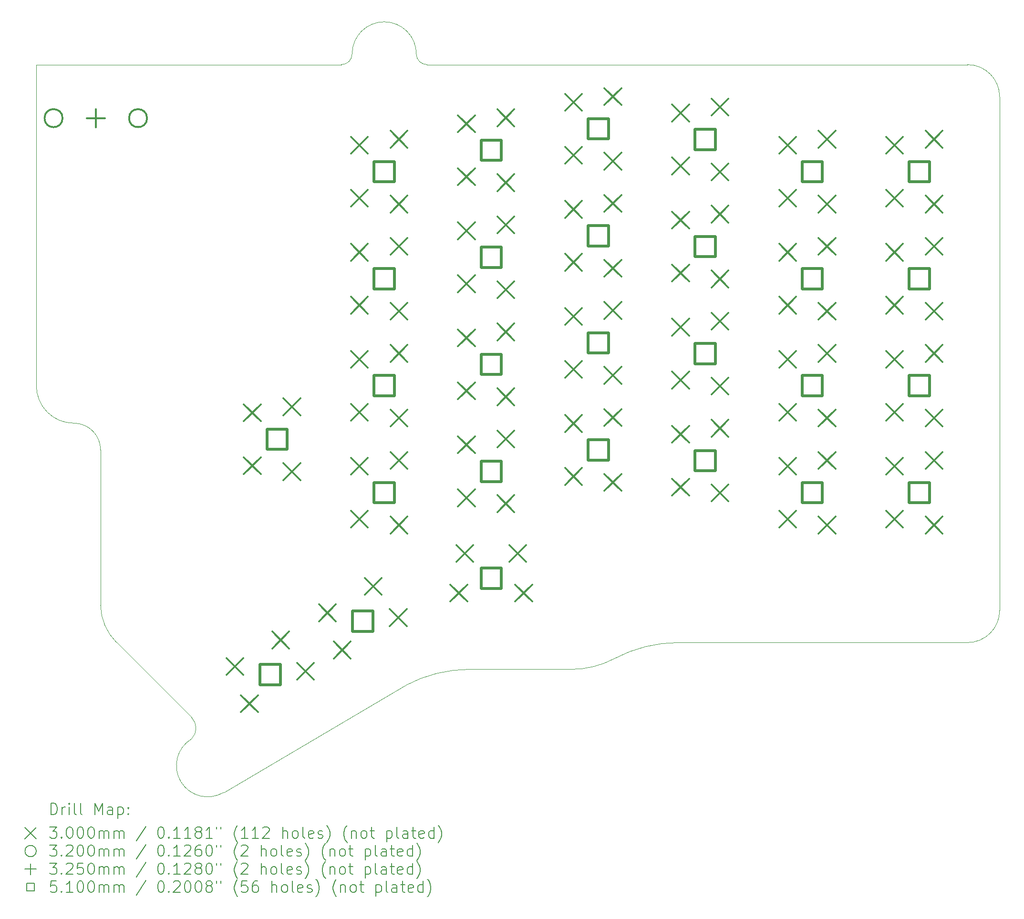
<source format=gbr>
%TF.GenerationSoftware,KiCad,Pcbnew,8.0.1*%
%TF.CreationDate,2024-04-28T15:42:03+00:00*%
%TF.ProjectId,split_kb,73706c69-745f-46b6-922e-6b696361645f,rev?*%
%TF.SameCoordinates,Original*%
%TF.FileFunction,Drillmap*%
%TF.FilePolarity,Positive*%
%FSLAX45Y45*%
G04 Gerber Fmt 4.5, Leading zero omitted, Abs format (unit mm)*
G04 Created by KiCad (PCBNEW 8.0.1) date 2024-04-28 15:42:03*
%MOMM*%
%LPD*%
G01*
G04 APERTURE LIST*
%ADD10C,0.050000*%
%ADD11C,0.200000*%
%ADD12C,0.300000*%
%ADD13C,0.320000*%
%ADD14C,0.325000*%
%ADD15C,0.510000*%
G04 APERTURE END LIST*
D10*
X9975000Y-16720000D02*
X13205000Y-14820000D01*
X7315000Y-10165000D02*
G75*
G02*
X7790000Y-10640000I0J-475000D01*
G01*
X13205000Y-14820000D02*
G75*
G02*
X14345000Y-14535000I1140000J-2137500D01*
G01*
X13585000Y-3800000D02*
X23180000Y-3800000D01*
X7790000Y-10640000D02*
X7790000Y-13395000D01*
X18050000Y-14060000D02*
X23180000Y-14060000D01*
X7315000Y-10165000D02*
G75*
G02*
X6650000Y-9500000I0J665000D01*
G01*
X23750000Y-13490000D02*
G75*
G02*
X23180000Y-14060000I-570000J0D01*
G01*
X9405000Y-15390000D02*
X8075000Y-14060000D01*
X16910000Y-14345000D02*
G75*
G02*
X16150000Y-14535000I-760000J1425000D01*
G01*
X9975000Y-16720000D02*
G75*
G02*
X9405000Y-15770000I-285000J475000D01*
G01*
X12255000Y-3610000D02*
G75*
G02*
X13395000Y-3610000I570000J0D01*
G01*
X14345000Y-14535000D02*
X16150000Y-14535000D01*
X8075000Y-14060000D02*
G75*
G02*
X7790001Y-13395000I665000J678570D01*
G01*
X13585000Y-3800000D02*
G75*
G02*
X13395000Y-3610000I0J190000D01*
G01*
X12255000Y-3610000D02*
G75*
G02*
X12065000Y-3800000I-190000J0D01*
G01*
X6650000Y-3800000D02*
X12065000Y-3800000D01*
X16910000Y-14345000D02*
G75*
G02*
X18050000Y-14060000I1140000J-2137500D01*
G01*
X9405000Y-15390000D02*
G75*
G02*
X9405000Y-15770000I-190000J-190000D01*
G01*
X6650000Y-9500000D02*
X6650000Y-3800000D01*
X23180000Y-3800000D02*
G75*
G02*
X23750000Y-4370000I0J-570000D01*
G01*
X23750000Y-13490000D02*
X23750000Y-4370000D01*
D11*
D12*
X10022520Y-14333949D02*
X10322520Y-14633949D01*
X10322520Y-14333949D02*
X10022520Y-14633949D01*
X10281587Y-14992667D02*
X10581587Y-15292667D01*
X10581587Y-14992667D02*
X10281587Y-15292667D01*
X10335000Y-9830000D02*
X10635000Y-10130000D01*
X10635000Y-9830000D02*
X10335000Y-10130000D01*
X10335000Y-10770000D02*
X10635000Y-11070000D01*
X10635000Y-10770000D02*
X10335000Y-11070000D01*
X10836584Y-13863949D02*
X11136584Y-14163949D01*
X11136584Y-13863949D02*
X10836584Y-14163949D01*
X11035000Y-9725000D02*
X11335000Y-10025000D01*
X11335000Y-9725000D02*
X11035000Y-10025000D01*
X11035000Y-10875000D02*
X11335000Y-11175000D01*
X11335000Y-10875000D02*
X11035000Y-11175000D01*
X11277516Y-14417667D02*
X11577516Y-14717667D01*
X11577516Y-14417667D02*
X11277516Y-14717667D01*
X11667968Y-13383949D02*
X11967968Y-13683949D01*
X11967968Y-13383949D02*
X11667968Y-13683949D01*
X11927035Y-14042667D02*
X12227035Y-14342667D01*
X12227035Y-14042667D02*
X11927035Y-14342667D01*
X12235000Y-5080000D02*
X12535000Y-5380000D01*
X12535000Y-5080000D02*
X12235000Y-5380000D01*
X12235000Y-6020000D02*
X12535000Y-6320000D01*
X12535000Y-6020000D02*
X12235000Y-6320000D01*
X12235000Y-6980000D02*
X12535000Y-7280000D01*
X12535000Y-6980000D02*
X12235000Y-7280000D01*
X12235000Y-7920000D02*
X12535000Y-8220000D01*
X12535000Y-7920000D02*
X12235000Y-8220000D01*
X12235000Y-8880000D02*
X12535000Y-9180000D01*
X12535000Y-8880000D02*
X12235000Y-9180000D01*
X12235000Y-9820000D02*
X12535000Y-10120000D01*
X12535000Y-9820000D02*
X12235000Y-10120000D01*
X12235000Y-10780000D02*
X12535000Y-11080000D01*
X12535000Y-10780000D02*
X12235000Y-11080000D01*
X12235000Y-11720000D02*
X12535000Y-12020000D01*
X12535000Y-11720000D02*
X12235000Y-12020000D01*
X12482032Y-12913949D02*
X12782032Y-13213949D01*
X12782032Y-12913949D02*
X12482032Y-13213949D01*
X12922965Y-13467667D02*
X13222965Y-13767667D01*
X13222965Y-13467667D02*
X12922965Y-13767667D01*
X12935000Y-4975000D02*
X13235000Y-5275000D01*
X13235000Y-4975000D02*
X12935000Y-5275000D01*
X12935000Y-6125000D02*
X13235000Y-6425000D01*
X13235000Y-6125000D02*
X12935000Y-6425000D01*
X12935000Y-6875000D02*
X13235000Y-7175000D01*
X13235000Y-6875000D02*
X12935000Y-7175000D01*
X12935000Y-8025000D02*
X13235000Y-8325000D01*
X13235000Y-8025000D02*
X12935000Y-8325000D01*
X12935000Y-8775000D02*
X13235000Y-9075000D01*
X13235000Y-8775000D02*
X12935000Y-9075000D01*
X12935000Y-9925000D02*
X13235000Y-10225000D01*
X13235000Y-9925000D02*
X12935000Y-10225000D01*
X12935000Y-10675000D02*
X13235000Y-10975000D01*
X13235000Y-10675000D02*
X12935000Y-10975000D01*
X12935000Y-11825000D02*
X13235000Y-12125000D01*
X13235000Y-11825000D02*
X12935000Y-12125000D01*
X14000000Y-13030000D02*
X14300000Y-13330000D01*
X14300000Y-13030000D02*
X14000000Y-13330000D01*
X14105000Y-12330000D02*
X14405000Y-12630000D01*
X14405000Y-12330000D02*
X14105000Y-12630000D01*
X14135000Y-4700000D02*
X14435000Y-5000000D01*
X14435000Y-4700000D02*
X14135000Y-5000000D01*
X14135000Y-5640000D02*
X14435000Y-5940000D01*
X14435000Y-5640000D02*
X14135000Y-5940000D01*
X14135000Y-6600000D02*
X14435000Y-6900000D01*
X14435000Y-6600000D02*
X14135000Y-6900000D01*
X14135000Y-7540000D02*
X14435000Y-7840000D01*
X14435000Y-7540000D02*
X14135000Y-7840000D01*
X14135000Y-8500000D02*
X14435000Y-8800000D01*
X14435000Y-8500000D02*
X14135000Y-8800000D01*
X14135000Y-9440000D02*
X14435000Y-9740000D01*
X14435000Y-9440000D02*
X14135000Y-9740000D01*
X14135000Y-10400000D02*
X14435000Y-10700000D01*
X14435000Y-10400000D02*
X14135000Y-10700000D01*
X14135000Y-11340000D02*
X14435000Y-11640000D01*
X14435000Y-11340000D02*
X14135000Y-11640000D01*
X14835000Y-4595000D02*
X15135000Y-4895000D01*
X15135000Y-4595000D02*
X14835000Y-4895000D01*
X14835000Y-5745000D02*
X15135000Y-6045000D01*
X15135000Y-5745000D02*
X14835000Y-6045000D01*
X14835000Y-6495000D02*
X15135000Y-6795000D01*
X15135000Y-6495000D02*
X14835000Y-6795000D01*
X14835000Y-7645000D02*
X15135000Y-7945000D01*
X15135000Y-7645000D02*
X14835000Y-7945000D01*
X14835000Y-8395000D02*
X15135000Y-8695000D01*
X15135000Y-8395000D02*
X14835000Y-8695000D01*
X14835000Y-9545000D02*
X15135000Y-9845000D01*
X15135000Y-9545000D02*
X14835000Y-9845000D01*
X14835000Y-10295000D02*
X15135000Y-10595000D01*
X15135000Y-10295000D02*
X14835000Y-10595000D01*
X14835000Y-11445000D02*
X15135000Y-11745000D01*
X15135000Y-11445000D02*
X14835000Y-11745000D01*
X15045000Y-12330000D02*
X15345000Y-12630000D01*
X15345000Y-12330000D02*
X15045000Y-12630000D01*
X15150000Y-13030000D02*
X15450000Y-13330000D01*
X15450000Y-13030000D02*
X15150000Y-13330000D01*
X16035000Y-4320000D02*
X16335000Y-4620000D01*
X16335000Y-4320000D02*
X16035000Y-4620000D01*
X16035000Y-5260000D02*
X16335000Y-5560000D01*
X16335000Y-5260000D02*
X16035000Y-5560000D01*
X16035000Y-6220000D02*
X16335000Y-6520000D01*
X16335000Y-6220000D02*
X16035000Y-6520000D01*
X16035000Y-7160000D02*
X16335000Y-7460000D01*
X16335000Y-7160000D02*
X16035000Y-7460000D01*
X16035000Y-8120000D02*
X16335000Y-8420000D01*
X16335000Y-8120000D02*
X16035000Y-8420000D01*
X16035000Y-9060000D02*
X16335000Y-9360000D01*
X16335000Y-9060000D02*
X16035000Y-9360000D01*
X16035000Y-10020000D02*
X16335000Y-10320000D01*
X16335000Y-10020000D02*
X16035000Y-10320000D01*
X16035000Y-10960000D02*
X16335000Y-11260000D01*
X16335000Y-10960000D02*
X16035000Y-11260000D01*
X16735000Y-4215000D02*
X17035000Y-4515000D01*
X17035000Y-4215000D02*
X16735000Y-4515000D01*
X16735000Y-5365000D02*
X17035000Y-5665000D01*
X17035000Y-5365000D02*
X16735000Y-5665000D01*
X16735000Y-6115000D02*
X17035000Y-6415000D01*
X17035000Y-6115000D02*
X16735000Y-6415000D01*
X16735000Y-7265000D02*
X17035000Y-7565000D01*
X17035000Y-7265000D02*
X16735000Y-7565000D01*
X16735000Y-8015000D02*
X17035000Y-8315000D01*
X17035000Y-8015000D02*
X16735000Y-8315000D01*
X16735000Y-9165000D02*
X17035000Y-9465000D01*
X17035000Y-9165000D02*
X16735000Y-9465000D01*
X16735000Y-9915000D02*
X17035000Y-10215000D01*
X17035000Y-9915000D02*
X16735000Y-10215000D01*
X16735000Y-11065000D02*
X17035000Y-11365000D01*
X17035000Y-11065000D02*
X16735000Y-11365000D01*
X17935000Y-4510000D02*
X18235000Y-4810000D01*
X18235000Y-4510000D02*
X17935000Y-4810000D01*
X17935000Y-5450000D02*
X18235000Y-5750000D01*
X18235000Y-5450000D02*
X17935000Y-5750000D01*
X17935000Y-6410000D02*
X18235000Y-6710000D01*
X18235000Y-6410000D02*
X17935000Y-6710000D01*
X17935000Y-7350000D02*
X18235000Y-7650000D01*
X18235000Y-7350000D02*
X17935000Y-7650000D01*
X17935000Y-8310000D02*
X18235000Y-8610000D01*
X18235000Y-8310000D02*
X17935000Y-8610000D01*
X17935000Y-9250000D02*
X18235000Y-9550000D01*
X18235000Y-9250000D02*
X17935000Y-9550000D01*
X17935000Y-10210000D02*
X18235000Y-10510000D01*
X18235000Y-10210000D02*
X17935000Y-10510000D01*
X17935000Y-11150000D02*
X18235000Y-11450000D01*
X18235000Y-11150000D02*
X17935000Y-11450000D01*
X18635000Y-4405000D02*
X18935000Y-4705000D01*
X18935000Y-4405000D02*
X18635000Y-4705000D01*
X18635000Y-5555000D02*
X18935000Y-5855000D01*
X18935000Y-5555000D02*
X18635000Y-5855000D01*
X18635000Y-6305000D02*
X18935000Y-6605000D01*
X18935000Y-6305000D02*
X18635000Y-6605000D01*
X18635000Y-7455000D02*
X18935000Y-7755000D01*
X18935000Y-7455000D02*
X18635000Y-7755000D01*
X18635000Y-8205000D02*
X18935000Y-8505000D01*
X18935000Y-8205000D02*
X18635000Y-8505000D01*
X18635000Y-9355000D02*
X18935000Y-9655000D01*
X18935000Y-9355000D02*
X18635000Y-9655000D01*
X18635000Y-10105000D02*
X18935000Y-10405000D01*
X18935000Y-10105000D02*
X18635000Y-10405000D01*
X18635000Y-11255000D02*
X18935000Y-11555000D01*
X18935000Y-11255000D02*
X18635000Y-11555000D01*
X19835000Y-5080000D02*
X20135000Y-5380000D01*
X20135000Y-5080000D02*
X19835000Y-5380000D01*
X19835000Y-6020000D02*
X20135000Y-6320000D01*
X20135000Y-6020000D02*
X19835000Y-6320000D01*
X19835000Y-6980000D02*
X20135000Y-7280000D01*
X20135000Y-6980000D02*
X19835000Y-7280000D01*
X19835000Y-7920000D02*
X20135000Y-8220000D01*
X20135000Y-7920000D02*
X19835000Y-8220000D01*
X19835000Y-8880000D02*
X20135000Y-9180000D01*
X20135000Y-8880000D02*
X19835000Y-9180000D01*
X19835000Y-9820000D02*
X20135000Y-10120000D01*
X20135000Y-9820000D02*
X19835000Y-10120000D01*
X19835000Y-10780000D02*
X20135000Y-11080000D01*
X20135000Y-10780000D02*
X19835000Y-11080000D01*
X19835000Y-11720000D02*
X20135000Y-12020000D01*
X20135000Y-11720000D02*
X19835000Y-12020000D01*
X20535000Y-4975000D02*
X20835000Y-5275000D01*
X20835000Y-4975000D02*
X20535000Y-5275000D01*
X20535000Y-6125000D02*
X20835000Y-6425000D01*
X20835000Y-6125000D02*
X20535000Y-6425000D01*
X20535000Y-6875000D02*
X20835000Y-7175000D01*
X20835000Y-6875000D02*
X20535000Y-7175000D01*
X20535000Y-8025000D02*
X20835000Y-8325000D01*
X20835000Y-8025000D02*
X20535000Y-8325000D01*
X20535000Y-8775000D02*
X20835000Y-9075000D01*
X20835000Y-8775000D02*
X20535000Y-9075000D01*
X20535000Y-9925000D02*
X20835000Y-10225000D01*
X20835000Y-9925000D02*
X20535000Y-10225000D01*
X20535000Y-10675000D02*
X20835000Y-10975000D01*
X20835000Y-10675000D02*
X20535000Y-10975000D01*
X20535000Y-11825000D02*
X20835000Y-12125000D01*
X20835000Y-11825000D02*
X20535000Y-12125000D01*
X21735000Y-5080000D02*
X22035000Y-5380000D01*
X22035000Y-5080000D02*
X21735000Y-5380000D01*
X21735000Y-6020000D02*
X22035000Y-6320000D01*
X22035000Y-6020000D02*
X21735000Y-6320000D01*
X21735000Y-6980000D02*
X22035000Y-7280000D01*
X22035000Y-6980000D02*
X21735000Y-7280000D01*
X21735000Y-7920000D02*
X22035000Y-8220000D01*
X22035000Y-7920000D02*
X21735000Y-8220000D01*
X21735000Y-8880000D02*
X22035000Y-9180000D01*
X22035000Y-8880000D02*
X21735000Y-9180000D01*
X21735000Y-9820000D02*
X22035000Y-10120000D01*
X22035000Y-9820000D02*
X21735000Y-10120000D01*
X21735000Y-10780000D02*
X22035000Y-11080000D01*
X22035000Y-10780000D02*
X21735000Y-11080000D01*
X21735000Y-11720000D02*
X22035000Y-12020000D01*
X22035000Y-11720000D02*
X21735000Y-12020000D01*
X22435000Y-4975000D02*
X22735000Y-5275000D01*
X22735000Y-4975000D02*
X22435000Y-5275000D01*
X22435000Y-6125000D02*
X22735000Y-6425000D01*
X22735000Y-6125000D02*
X22435000Y-6425000D01*
X22435000Y-6875000D02*
X22735000Y-7175000D01*
X22735000Y-6875000D02*
X22435000Y-7175000D01*
X22435000Y-8025000D02*
X22735000Y-8325000D01*
X22735000Y-8025000D02*
X22435000Y-8325000D01*
X22435000Y-8775000D02*
X22735000Y-9075000D01*
X22735000Y-8775000D02*
X22435000Y-9075000D01*
X22435000Y-9925000D02*
X22735000Y-10225000D01*
X22735000Y-9925000D02*
X22435000Y-10225000D01*
X22435000Y-10675000D02*
X22735000Y-10975000D01*
X22735000Y-10675000D02*
X22435000Y-10975000D01*
X22435000Y-11825000D02*
X22735000Y-12125000D01*
X22735000Y-11825000D02*
X22435000Y-12125000D01*
D13*
X7115000Y-4750000D02*
G75*
G02*
X6795000Y-4750000I-160000J0D01*
G01*
X6795000Y-4750000D02*
G75*
G02*
X7115000Y-4750000I160000J0D01*
G01*
X8615000Y-4750000D02*
G75*
G02*
X8295000Y-4750000I-160000J0D01*
G01*
X8295000Y-4750000D02*
G75*
G02*
X8615000Y-4750000I160000J0D01*
G01*
D14*
X7705000Y-4587500D02*
X7705000Y-4912500D01*
X7542500Y-4750000D02*
X7867500Y-4750000D01*
X7705000Y-4587500D02*
X7705000Y-4912500D01*
X7542500Y-4750000D02*
X7867500Y-4750000D01*
D15*
X10979866Y-14810314D02*
X10979866Y-14449686D01*
X10619238Y-14449686D01*
X10619238Y-14810314D01*
X10979866Y-14810314D01*
X10979866Y-14810314D02*
X10979866Y-14449686D01*
X10619238Y-14449686D01*
X10619238Y-14810314D01*
X10979866Y-14810314D01*
X11105314Y-10630314D02*
X11105314Y-10269686D01*
X10744686Y-10269686D01*
X10744686Y-10630314D01*
X11105314Y-10630314D01*
X11105314Y-10630314D02*
X11105314Y-10269686D01*
X10744686Y-10269686D01*
X10744686Y-10630314D01*
X11105314Y-10630314D01*
X12625314Y-13860314D02*
X12625314Y-13499686D01*
X12264686Y-13499686D01*
X12264686Y-13860314D01*
X12625314Y-13860314D01*
X12625314Y-13860314D02*
X12625314Y-13499686D01*
X12264686Y-13499686D01*
X12264686Y-13860314D01*
X12625314Y-13860314D01*
X13005314Y-5880314D02*
X13005314Y-5519686D01*
X12644686Y-5519686D01*
X12644686Y-5880314D01*
X13005314Y-5880314D01*
X13005314Y-5880314D02*
X13005314Y-5519686D01*
X12644686Y-5519686D01*
X12644686Y-5880314D01*
X13005314Y-5880314D01*
X13005314Y-7780314D02*
X13005314Y-7419686D01*
X12644686Y-7419686D01*
X12644686Y-7780314D01*
X13005314Y-7780314D01*
X13005314Y-7780314D02*
X13005314Y-7419686D01*
X12644686Y-7419686D01*
X12644686Y-7780314D01*
X13005314Y-7780314D01*
X13005314Y-9680314D02*
X13005314Y-9319686D01*
X12644686Y-9319686D01*
X12644686Y-9680314D01*
X13005314Y-9680314D01*
X13005314Y-9680314D02*
X13005314Y-9319686D01*
X12644686Y-9319686D01*
X12644686Y-9680314D01*
X13005314Y-9680314D01*
X13005314Y-11580314D02*
X13005314Y-11219686D01*
X12644686Y-11219686D01*
X12644686Y-11580314D01*
X13005314Y-11580314D01*
X13005314Y-11580314D02*
X13005314Y-11219686D01*
X12644686Y-11219686D01*
X12644686Y-11580314D01*
X13005314Y-11580314D01*
X14905314Y-5500314D02*
X14905314Y-5139686D01*
X14544686Y-5139686D01*
X14544686Y-5500314D01*
X14905314Y-5500314D01*
X14905314Y-5500314D02*
X14905314Y-5139686D01*
X14544686Y-5139686D01*
X14544686Y-5500314D01*
X14905314Y-5500314D01*
X14905314Y-7400314D02*
X14905314Y-7039686D01*
X14544686Y-7039686D01*
X14544686Y-7400314D01*
X14905314Y-7400314D01*
X14905314Y-7400314D02*
X14905314Y-7039686D01*
X14544686Y-7039686D01*
X14544686Y-7400314D01*
X14905314Y-7400314D01*
X14905314Y-9300314D02*
X14905314Y-8939686D01*
X14544686Y-8939686D01*
X14544686Y-9300314D01*
X14905314Y-9300314D01*
X14905314Y-9300314D02*
X14905314Y-8939686D01*
X14544686Y-8939686D01*
X14544686Y-9300314D01*
X14905314Y-9300314D01*
X14905314Y-11200314D02*
X14905314Y-10839686D01*
X14544686Y-10839686D01*
X14544686Y-11200314D01*
X14905314Y-11200314D01*
X14905314Y-11200314D02*
X14905314Y-10839686D01*
X14544686Y-10839686D01*
X14544686Y-11200314D01*
X14905314Y-11200314D01*
X14905314Y-13100314D02*
X14905314Y-12739686D01*
X14544686Y-12739686D01*
X14544686Y-13100314D01*
X14905314Y-13100314D01*
X14905314Y-13100314D02*
X14905314Y-12739686D01*
X14544686Y-12739686D01*
X14544686Y-13100314D01*
X14905314Y-13100314D01*
X16805314Y-5120314D02*
X16805314Y-4759686D01*
X16444686Y-4759686D01*
X16444686Y-5120314D01*
X16805314Y-5120314D01*
X16805314Y-5120314D02*
X16805314Y-4759686D01*
X16444686Y-4759686D01*
X16444686Y-5120314D01*
X16805314Y-5120314D01*
X16805314Y-7020314D02*
X16805314Y-6659686D01*
X16444686Y-6659686D01*
X16444686Y-7020314D01*
X16805314Y-7020314D01*
X16805314Y-7020314D02*
X16805314Y-6659686D01*
X16444686Y-6659686D01*
X16444686Y-7020314D01*
X16805314Y-7020314D01*
X16805314Y-8920314D02*
X16805314Y-8559686D01*
X16444686Y-8559686D01*
X16444686Y-8920314D01*
X16805314Y-8920314D01*
X16805314Y-8920314D02*
X16805314Y-8559686D01*
X16444686Y-8559686D01*
X16444686Y-8920314D01*
X16805314Y-8920314D01*
X16805314Y-10820314D02*
X16805314Y-10459686D01*
X16444686Y-10459686D01*
X16444686Y-10820314D01*
X16805314Y-10820314D01*
X16805314Y-10820314D02*
X16805314Y-10459686D01*
X16444686Y-10459686D01*
X16444686Y-10820314D01*
X16805314Y-10820314D01*
X18705314Y-5310314D02*
X18705314Y-4949686D01*
X18344686Y-4949686D01*
X18344686Y-5310314D01*
X18705314Y-5310314D01*
X18705314Y-5310314D02*
X18705314Y-4949686D01*
X18344686Y-4949686D01*
X18344686Y-5310314D01*
X18705314Y-5310314D01*
X18705314Y-7210314D02*
X18705314Y-6849686D01*
X18344686Y-6849686D01*
X18344686Y-7210314D01*
X18705314Y-7210314D01*
X18705314Y-7210314D02*
X18705314Y-6849686D01*
X18344686Y-6849686D01*
X18344686Y-7210314D01*
X18705314Y-7210314D01*
X18705314Y-9110314D02*
X18705314Y-8749686D01*
X18344686Y-8749686D01*
X18344686Y-9110314D01*
X18705314Y-9110314D01*
X18705314Y-9110314D02*
X18705314Y-8749686D01*
X18344686Y-8749686D01*
X18344686Y-9110314D01*
X18705314Y-9110314D01*
X18705314Y-11010314D02*
X18705314Y-10649686D01*
X18344686Y-10649686D01*
X18344686Y-11010314D01*
X18705314Y-11010314D01*
X18705314Y-11010314D02*
X18705314Y-10649686D01*
X18344686Y-10649686D01*
X18344686Y-11010314D01*
X18705314Y-11010314D01*
X20605314Y-5880314D02*
X20605314Y-5519686D01*
X20244686Y-5519686D01*
X20244686Y-5880314D01*
X20605314Y-5880314D01*
X20605314Y-5880314D02*
X20605314Y-5519686D01*
X20244686Y-5519686D01*
X20244686Y-5880314D01*
X20605314Y-5880314D01*
X20605314Y-7780314D02*
X20605314Y-7419686D01*
X20244686Y-7419686D01*
X20244686Y-7780314D01*
X20605314Y-7780314D01*
X20605314Y-7780314D02*
X20605314Y-7419686D01*
X20244686Y-7419686D01*
X20244686Y-7780314D01*
X20605314Y-7780314D01*
X20605314Y-9680314D02*
X20605314Y-9319686D01*
X20244686Y-9319686D01*
X20244686Y-9680314D01*
X20605314Y-9680314D01*
X20605314Y-9680314D02*
X20605314Y-9319686D01*
X20244686Y-9319686D01*
X20244686Y-9680314D01*
X20605314Y-9680314D01*
X20605314Y-11580314D02*
X20605314Y-11219686D01*
X20244686Y-11219686D01*
X20244686Y-11580314D01*
X20605314Y-11580314D01*
X20605314Y-11580314D02*
X20605314Y-11219686D01*
X20244686Y-11219686D01*
X20244686Y-11580314D01*
X20605314Y-11580314D01*
X22505314Y-5880314D02*
X22505314Y-5519686D01*
X22144686Y-5519686D01*
X22144686Y-5880314D01*
X22505314Y-5880314D01*
X22505314Y-5880314D02*
X22505314Y-5519686D01*
X22144686Y-5519686D01*
X22144686Y-5880314D01*
X22505314Y-5880314D01*
X22505314Y-7780314D02*
X22505314Y-7419686D01*
X22144686Y-7419686D01*
X22144686Y-7780314D01*
X22505314Y-7780314D01*
X22505314Y-7780314D02*
X22505314Y-7419686D01*
X22144686Y-7419686D01*
X22144686Y-7780314D01*
X22505314Y-7780314D01*
X22505314Y-9680314D02*
X22505314Y-9319686D01*
X22144686Y-9319686D01*
X22144686Y-9680314D01*
X22505314Y-9680314D01*
X22505314Y-9680314D02*
X22505314Y-9319686D01*
X22144686Y-9319686D01*
X22144686Y-9680314D01*
X22505314Y-9680314D01*
X22505314Y-11580314D02*
X22505314Y-11219686D01*
X22144686Y-11219686D01*
X22144686Y-11580314D01*
X22505314Y-11580314D01*
X22505314Y-11580314D02*
X22505314Y-11219686D01*
X22144686Y-11219686D01*
X22144686Y-11580314D01*
X22505314Y-11580314D01*
D11*
X6908277Y-17112924D02*
X6908277Y-16912924D01*
X6908277Y-16912924D02*
X6955896Y-16912924D01*
X6955896Y-16912924D02*
X6984467Y-16922448D01*
X6984467Y-16922448D02*
X7003515Y-16941496D01*
X7003515Y-16941496D02*
X7013039Y-16960543D01*
X7013039Y-16960543D02*
X7022562Y-16998638D01*
X7022562Y-16998638D02*
X7022562Y-17027210D01*
X7022562Y-17027210D02*
X7013039Y-17065305D01*
X7013039Y-17065305D02*
X7003515Y-17084353D01*
X7003515Y-17084353D02*
X6984467Y-17103400D01*
X6984467Y-17103400D02*
X6955896Y-17112924D01*
X6955896Y-17112924D02*
X6908277Y-17112924D01*
X7108277Y-17112924D02*
X7108277Y-16979591D01*
X7108277Y-17017686D02*
X7117801Y-16998638D01*
X7117801Y-16998638D02*
X7127324Y-16989115D01*
X7127324Y-16989115D02*
X7146372Y-16979591D01*
X7146372Y-16979591D02*
X7165420Y-16979591D01*
X7232086Y-17112924D02*
X7232086Y-16979591D01*
X7232086Y-16912924D02*
X7222562Y-16922448D01*
X7222562Y-16922448D02*
X7232086Y-16931972D01*
X7232086Y-16931972D02*
X7241610Y-16922448D01*
X7241610Y-16922448D02*
X7232086Y-16912924D01*
X7232086Y-16912924D02*
X7232086Y-16931972D01*
X7355896Y-17112924D02*
X7336848Y-17103400D01*
X7336848Y-17103400D02*
X7327324Y-17084353D01*
X7327324Y-17084353D02*
X7327324Y-16912924D01*
X7460658Y-17112924D02*
X7441610Y-17103400D01*
X7441610Y-17103400D02*
X7432086Y-17084353D01*
X7432086Y-17084353D02*
X7432086Y-16912924D01*
X7689229Y-17112924D02*
X7689229Y-16912924D01*
X7689229Y-16912924D02*
X7755896Y-17055781D01*
X7755896Y-17055781D02*
X7822562Y-16912924D01*
X7822562Y-16912924D02*
X7822562Y-17112924D01*
X8003515Y-17112924D02*
X8003515Y-17008162D01*
X8003515Y-17008162D02*
X7993991Y-16989115D01*
X7993991Y-16989115D02*
X7974943Y-16979591D01*
X7974943Y-16979591D02*
X7936848Y-16979591D01*
X7936848Y-16979591D02*
X7917801Y-16989115D01*
X8003515Y-17103400D02*
X7984467Y-17112924D01*
X7984467Y-17112924D02*
X7936848Y-17112924D01*
X7936848Y-17112924D02*
X7917801Y-17103400D01*
X7917801Y-17103400D02*
X7908277Y-17084353D01*
X7908277Y-17084353D02*
X7908277Y-17065305D01*
X7908277Y-17065305D02*
X7917801Y-17046258D01*
X7917801Y-17046258D02*
X7936848Y-17036734D01*
X7936848Y-17036734D02*
X7984467Y-17036734D01*
X7984467Y-17036734D02*
X8003515Y-17027210D01*
X8098753Y-16979591D02*
X8098753Y-17179591D01*
X8098753Y-16989115D02*
X8117801Y-16979591D01*
X8117801Y-16979591D02*
X8155896Y-16979591D01*
X8155896Y-16979591D02*
X8174943Y-16989115D01*
X8174943Y-16989115D02*
X8184467Y-16998638D01*
X8184467Y-16998638D02*
X8193991Y-17017686D01*
X8193991Y-17017686D02*
X8193991Y-17074829D01*
X8193991Y-17074829D02*
X8184467Y-17093877D01*
X8184467Y-17093877D02*
X8174943Y-17103400D01*
X8174943Y-17103400D02*
X8155896Y-17112924D01*
X8155896Y-17112924D02*
X8117801Y-17112924D01*
X8117801Y-17112924D02*
X8098753Y-17103400D01*
X8279705Y-17093877D02*
X8289229Y-17103400D01*
X8289229Y-17103400D02*
X8279705Y-17112924D01*
X8279705Y-17112924D02*
X8270182Y-17103400D01*
X8270182Y-17103400D02*
X8279705Y-17093877D01*
X8279705Y-17093877D02*
X8279705Y-17112924D01*
X8279705Y-16989115D02*
X8289229Y-16998638D01*
X8289229Y-16998638D02*
X8279705Y-17008162D01*
X8279705Y-17008162D02*
X8270182Y-16998638D01*
X8270182Y-16998638D02*
X8279705Y-16989115D01*
X8279705Y-16989115D02*
X8279705Y-17008162D01*
X6447500Y-17341440D02*
X6647500Y-17541440D01*
X6647500Y-17341440D02*
X6447500Y-17541440D01*
X6889229Y-17332924D02*
X7013039Y-17332924D01*
X7013039Y-17332924D02*
X6946372Y-17409115D01*
X6946372Y-17409115D02*
X6974943Y-17409115D01*
X6974943Y-17409115D02*
X6993991Y-17418638D01*
X6993991Y-17418638D02*
X7003515Y-17428162D01*
X7003515Y-17428162D02*
X7013039Y-17447210D01*
X7013039Y-17447210D02*
X7013039Y-17494829D01*
X7013039Y-17494829D02*
X7003515Y-17513877D01*
X7003515Y-17513877D02*
X6993991Y-17523400D01*
X6993991Y-17523400D02*
X6974943Y-17532924D01*
X6974943Y-17532924D02*
X6917801Y-17532924D01*
X6917801Y-17532924D02*
X6898753Y-17523400D01*
X6898753Y-17523400D02*
X6889229Y-17513877D01*
X7098753Y-17513877D02*
X7108277Y-17523400D01*
X7108277Y-17523400D02*
X7098753Y-17532924D01*
X7098753Y-17532924D02*
X7089229Y-17523400D01*
X7089229Y-17523400D02*
X7098753Y-17513877D01*
X7098753Y-17513877D02*
X7098753Y-17532924D01*
X7232086Y-17332924D02*
X7251134Y-17332924D01*
X7251134Y-17332924D02*
X7270182Y-17342448D01*
X7270182Y-17342448D02*
X7279705Y-17351972D01*
X7279705Y-17351972D02*
X7289229Y-17371019D01*
X7289229Y-17371019D02*
X7298753Y-17409115D01*
X7298753Y-17409115D02*
X7298753Y-17456734D01*
X7298753Y-17456734D02*
X7289229Y-17494829D01*
X7289229Y-17494829D02*
X7279705Y-17513877D01*
X7279705Y-17513877D02*
X7270182Y-17523400D01*
X7270182Y-17523400D02*
X7251134Y-17532924D01*
X7251134Y-17532924D02*
X7232086Y-17532924D01*
X7232086Y-17532924D02*
X7213039Y-17523400D01*
X7213039Y-17523400D02*
X7203515Y-17513877D01*
X7203515Y-17513877D02*
X7193991Y-17494829D01*
X7193991Y-17494829D02*
X7184467Y-17456734D01*
X7184467Y-17456734D02*
X7184467Y-17409115D01*
X7184467Y-17409115D02*
X7193991Y-17371019D01*
X7193991Y-17371019D02*
X7203515Y-17351972D01*
X7203515Y-17351972D02*
X7213039Y-17342448D01*
X7213039Y-17342448D02*
X7232086Y-17332924D01*
X7422562Y-17332924D02*
X7441610Y-17332924D01*
X7441610Y-17332924D02*
X7460658Y-17342448D01*
X7460658Y-17342448D02*
X7470182Y-17351972D01*
X7470182Y-17351972D02*
X7479705Y-17371019D01*
X7479705Y-17371019D02*
X7489229Y-17409115D01*
X7489229Y-17409115D02*
X7489229Y-17456734D01*
X7489229Y-17456734D02*
X7479705Y-17494829D01*
X7479705Y-17494829D02*
X7470182Y-17513877D01*
X7470182Y-17513877D02*
X7460658Y-17523400D01*
X7460658Y-17523400D02*
X7441610Y-17532924D01*
X7441610Y-17532924D02*
X7422562Y-17532924D01*
X7422562Y-17532924D02*
X7403515Y-17523400D01*
X7403515Y-17523400D02*
X7393991Y-17513877D01*
X7393991Y-17513877D02*
X7384467Y-17494829D01*
X7384467Y-17494829D02*
X7374943Y-17456734D01*
X7374943Y-17456734D02*
X7374943Y-17409115D01*
X7374943Y-17409115D02*
X7384467Y-17371019D01*
X7384467Y-17371019D02*
X7393991Y-17351972D01*
X7393991Y-17351972D02*
X7403515Y-17342448D01*
X7403515Y-17342448D02*
X7422562Y-17332924D01*
X7613039Y-17332924D02*
X7632086Y-17332924D01*
X7632086Y-17332924D02*
X7651134Y-17342448D01*
X7651134Y-17342448D02*
X7660658Y-17351972D01*
X7660658Y-17351972D02*
X7670182Y-17371019D01*
X7670182Y-17371019D02*
X7679705Y-17409115D01*
X7679705Y-17409115D02*
X7679705Y-17456734D01*
X7679705Y-17456734D02*
X7670182Y-17494829D01*
X7670182Y-17494829D02*
X7660658Y-17513877D01*
X7660658Y-17513877D02*
X7651134Y-17523400D01*
X7651134Y-17523400D02*
X7632086Y-17532924D01*
X7632086Y-17532924D02*
X7613039Y-17532924D01*
X7613039Y-17532924D02*
X7593991Y-17523400D01*
X7593991Y-17523400D02*
X7584467Y-17513877D01*
X7584467Y-17513877D02*
X7574943Y-17494829D01*
X7574943Y-17494829D02*
X7565420Y-17456734D01*
X7565420Y-17456734D02*
X7565420Y-17409115D01*
X7565420Y-17409115D02*
X7574943Y-17371019D01*
X7574943Y-17371019D02*
X7584467Y-17351972D01*
X7584467Y-17351972D02*
X7593991Y-17342448D01*
X7593991Y-17342448D02*
X7613039Y-17332924D01*
X7765420Y-17532924D02*
X7765420Y-17399591D01*
X7765420Y-17418638D02*
X7774943Y-17409115D01*
X7774943Y-17409115D02*
X7793991Y-17399591D01*
X7793991Y-17399591D02*
X7822563Y-17399591D01*
X7822563Y-17399591D02*
X7841610Y-17409115D01*
X7841610Y-17409115D02*
X7851134Y-17428162D01*
X7851134Y-17428162D02*
X7851134Y-17532924D01*
X7851134Y-17428162D02*
X7860658Y-17409115D01*
X7860658Y-17409115D02*
X7879705Y-17399591D01*
X7879705Y-17399591D02*
X7908277Y-17399591D01*
X7908277Y-17399591D02*
X7927324Y-17409115D01*
X7927324Y-17409115D02*
X7936848Y-17428162D01*
X7936848Y-17428162D02*
X7936848Y-17532924D01*
X8032086Y-17532924D02*
X8032086Y-17399591D01*
X8032086Y-17418638D02*
X8041610Y-17409115D01*
X8041610Y-17409115D02*
X8060658Y-17399591D01*
X8060658Y-17399591D02*
X8089229Y-17399591D01*
X8089229Y-17399591D02*
X8108277Y-17409115D01*
X8108277Y-17409115D02*
X8117801Y-17428162D01*
X8117801Y-17428162D02*
X8117801Y-17532924D01*
X8117801Y-17428162D02*
X8127324Y-17409115D01*
X8127324Y-17409115D02*
X8146372Y-17399591D01*
X8146372Y-17399591D02*
X8174943Y-17399591D01*
X8174943Y-17399591D02*
X8193991Y-17409115D01*
X8193991Y-17409115D02*
X8203515Y-17428162D01*
X8203515Y-17428162D02*
X8203515Y-17532924D01*
X8593991Y-17323400D02*
X8422563Y-17580543D01*
X8851134Y-17332924D02*
X8870182Y-17332924D01*
X8870182Y-17332924D02*
X8889229Y-17342448D01*
X8889229Y-17342448D02*
X8898753Y-17351972D01*
X8898753Y-17351972D02*
X8908277Y-17371019D01*
X8908277Y-17371019D02*
X8917801Y-17409115D01*
X8917801Y-17409115D02*
X8917801Y-17456734D01*
X8917801Y-17456734D02*
X8908277Y-17494829D01*
X8908277Y-17494829D02*
X8898753Y-17513877D01*
X8898753Y-17513877D02*
X8889229Y-17523400D01*
X8889229Y-17523400D02*
X8870182Y-17532924D01*
X8870182Y-17532924D02*
X8851134Y-17532924D01*
X8851134Y-17532924D02*
X8832087Y-17523400D01*
X8832087Y-17523400D02*
X8822563Y-17513877D01*
X8822563Y-17513877D02*
X8813039Y-17494829D01*
X8813039Y-17494829D02*
X8803515Y-17456734D01*
X8803515Y-17456734D02*
X8803515Y-17409115D01*
X8803515Y-17409115D02*
X8813039Y-17371019D01*
X8813039Y-17371019D02*
X8822563Y-17351972D01*
X8822563Y-17351972D02*
X8832087Y-17342448D01*
X8832087Y-17342448D02*
X8851134Y-17332924D01*
X9003515Y-17513877D02*
X9013039Y-17523400D01*
X9013039Y-17523400D02*
X9003515Y-17532924D01*
X9003515Y-17532924D02*
X8993991Y-17523400D01*
X8993991Y-17523400D02*
X9003515Y-17513877D01*
X9003515Y-17513877D02*
X9003515Y-17532924D01*
X9203515Y-17532924D02*
X9089229Y-17532924D01*
X9146372Y-17532924D02*
X9146372Y-17332924D01*
X9146372Y-17332924D02*
X9127325Y-17361496D01*
X9127325Y-17361496D02*
X9108277Y-17380543D01*
X9108277Y-17380543D02*
X9089229Y-17390067D01*
X9393991Y-17532924D02*
X9279706Y-17532924D01*
X9336848Y-17532924D02*
X9336848Y-17332924D01*
X9336848Y-17332924D02*
X9317801Y-17361496D01*
X9317801Y-17361496D02*
X9298753Y-17380543D01*
X9298753Y-17380543D02*
X9279706Y-17390067D01*
X9508277Y-17418638D02*
X9489229Y-17409115D01*
X9489229Y-17409115D02*
X9479706Y-17399591D01*
X9479706Y-17399591D02*
X9470182Y-17380543D01*
X9470182Y-17380543D02*
X9470182Y-17371019D01*
X9470182Y-17371019D02*
X9479706Y-17351972D01*
X9479706Y-17351972D02*
X9489229Y-17342448D01*
X9489229Y-17342448D02*
X9508277Y-17332924D01*
X9508277Y-17332924D02*
X9546372Y-17332924D01*
X9546372Y-17332924D02*
X9565420Y-17342448D01*
X9565420Y-17342448D02*
X9574944Y-17351972D01*
X9574944Y-17351972D02*
X9584468Y-17371019D01*
X9584468Y-17371019D02*
X9584468Y-17380543D01*
X9584468Y-17380543D02*
X9574944Y-17399591D01*
X9574944Y-17399591D02*
X9565420Y-17409115D01*
X9565420Y-17409115D02*
X9546372Y-17418638D01*
X9546372Y-17418638D02*
X9508277Y-17418638D01*
X9508277Y-17418638D02*
X9489229Y-17428162D01*
X9489229Y-17428162D02*
X9479706Y-17437686D01*
X9479706Y-17437686D02*
X9470182Y-17456734D01*
X9470182Y-17456734D02*
X9470182Y-17494829D01*
X9470182Y-17494829D02*
X9479706Y-17513877D01*
X9479706Y-17513877D02*
X9489229Y-17523400D01*
X9489229Y-17523400D02*
X9508277Y-17532924D01*
X9508277Y-17532924D02*
X9546372Y-17532924D01*
X9546372Y-17532924D02*
X9565420Y-17523400D01*
X9565420Y-17523400D02*
X9574944Y-17513877D01*
X9574944Y-17513877D02*
X9584468Y-17494829D01*
X9584468Y-17494829D02*
X9584468Y-17456734D01*
X9584468Y-17456734D02*
X9574944Y-17437686D01*
X9574944Y-17437686D02*
X9565420Y-17428162D01*
X9565420Y-17428162D02*
X9546372Y-17418638D01*
X9774944Y-17532924D02*
X9660658Y-17532924D01*
X9717801Y-17532924D02*
X9717801Y-17332924D01*
X9717801Y-17332924D02*
X9698753Y-17361496D01*
X9698753Y-17361496D02*
X9679706Y-17380543D01*
X9679706Y-17380543D02*
X9660658Y-17390067D01*
X9851134Y-17332924D02*
X9851134Y-17371019D01*
X9927325Y-17332924D02*
X9927325Y-17371019D01*
X10222563Y-17609115D02*
X10213039Y-17599591D01*
X10213039Y-17599591D02*
X10193991Y-17571019D01*
X10193991Y-17571019D02*
X10184468Y-17551972D01*
X10184468Y-17551972D02*
X10174944Y-17523400D01*
X10174944Y-17523400D02*
X10165420Y-17475781D01*
X10165420Y-17475781D02*
X10165420Y-17437686D01*
X10165420Y-17437686D02*
X10174944Y-17390067D01*
X10174944Y-17390067D02*
X10184468Y-17361496D01*
X10184468Y-17361496D02*
X10193991Y-17342448D01*
X10193991Y-17342448D02*
X10213039Y-17313877D01*
X10213039Y-17313877D02*
X10222563Y-17304353D01*
X10403515Y-17532924D02*
X10289230Y-17532924D01*
X10346372Y-17532924D02*
X10346372Y-17332924D01*
X10346372Y-17332924D02*
X10327325Y-17361496D01*
X10327325Y-17361496D02*
X10308277Y-17380543D01*
X10308277Y-17380543D02*
X10289230Y-17390067D01*
X10593991Y-17532924D02*
X10479706Y-17532924D01*
X10536849Y-17532924D02*
X10536849Y-17332924D01*
X10536849Y-17332924D02*
X10517801Y-17361496D01*
X10517801Y-17361496D02*
X10498753Y-17380543D01*
X10498753Y-17380543D02*
X10479706Y-17390067D01*
X10670182Y-17351972D02*
X10679706Y-17342448D01*
X10679706Y-17342448D02*
X10698753Y-17332924D01*
X10698753Y-17332924D02*
X10746372Y-17332924D01*
X10746372Y-17332924D02*
X10765420Y-17342448D01*
X10765420Y-17342448D02*
X10774944Y-17351972D01*
X10774944Y-17351972D02*
X10784468Y-17371019D01*
X10784468Y-17371019D02*
X10784468Y-17390067D01*
X10784468Y-17390067D02*
X10774944Y-17418638D01*
X10774944Y-17418638D02*
X10660658Y-17532924D01*
X10660658Y-17532924D02*
X10784468Y-17532924D01*
X11022563Y-17532924D02*
X11022563Y-17332924D01*
X11108277Y-17532924D02*
X11108277Y-17428162D01*
X11108277Y-17428162D02*
X11098753Y-17409115D01*
X11098753Y-17409115D02*
X11079706Y-17399591D01*
X11079706Y-17399591D02*
X11051134Y-17399591D01*
X11051134Y-17399591D02*
X11032087Y-17409115D01*
X11032087Y-17409115D02*
X11022563Y-17418638D01*
X11232087Y-17532924D02*
X11213039Y-17523400D01*
X11213039Y-17523400D02*
X11203515Y-17513877D01*
X11203515Y-17513877D02*
X11193991Y-17494829D01*
X11193991Y-17494829D02*
X11193991Y-17437686D01*
X11193991Y-17437686D02*
X11203515Y-17418638D01*
X11203515Y-17418638D02*
X11213039Y-17409115D01*
X11213039Y-17409115D02*
X11232087Y-17399591D01*
X11232087Y-17399591D02*
X11260658Y-17399591D01*
X11260658Y-17399591D02*
X11279706Y-17409115D01*
X11279706Y-17409115D02*
X11289230Y-17418638D01*
X11289230Y-17418638D02*
X11298753Y-17437686D01*
X11298753Y-17437686D02*
X11298753Y-17494829D01*
X11298753Y-17494829D02*
X11289230Y-17513877D01*
X11289230Y-17513877D02*
X11279706Y-17523400D01*
X11279706Y-17523400D02*
X11260658Y-17532924D01*
X11260658Y-17532924D02*
X11232087Y-17532924D01*
X11413039Y-17532924D02*
X11393991Y-17523400D01*
X11393991Y-17523400D02*
X11384468Y-17504353D01*
X11384468Y-17504353D02*
X11384468Y-17332924D01*
X11565420Y-17523400D02*
X11546372Y-17532924D01*
X11546372Y-17532924D02*
X11508277Y-17532924D01*
X11508277Y-17532924D02*
X11489230Y-17523400D01*
X11489230Y-17523400D02*
X11479706Y-17504353D01*
X11479706Y-17504353D02*
X11479706Y-17428162D01*
X11479706Y-17428162D02*
X11489230Y-17409115D01*
X11489230Y-17409115D02*
X11508277Y-17399591D01*
X11508277Y-17399591D02*
X11546372Y-17399591D01*
X11546372Y-17399591D02*
X11565420Y-17409115D01*
X11565420Y-17409115D02*
X11574944Y-17428162D01*
X11574944Y-17428162D02*
X11574944Y-17447210D01*
X11574944Y-17447210D02*
X11479706Y-17466258D01*
X11651134Y-17523400D02*
X11670182Y-17532924D01*
X11670182Y-17532924D02*
X11708277Y-17532924D01*
X11708277Y-17532924D02*
X11727325Y-17523400D01*
X11727325Y-17523400D02*
X11736849Y-17504353D01*
X11736849Y-17504353D02*
X11736849Y-17494829D01*
X11736849Y-17494829D02*
X11727325Y-17475781D01*
X11727325Y-17475781D02*
X11708277Y-17466258D01*
X11708277Y-17466258D02*
X11679706Y-17466258D01*
X11679706Y-17466258D02*
X11660658Y-17456734D01*
X11660658Y-17456734D02*
X11651134Y-17437686D01*
X11651134Y-17437686D02*
X11651134Y-17428162D01*
X11651134Y-17428162D02*
X11660658Y-17409115D01*
X11660658Y-17409115D02*
X11679706Y-17399591D01*
X11679706Y-17399591D02*
X11708277Y-17399591D01*
X11708277Y-17399591D02*
X11727325Y-17409115D01*
X11803515Y-17609115D02*
X11813039Y-17599591D01*
X11813039Y-17599591D02*
X11832087Y-17571019D01*
X11832087Y-17571019D02*
X11841611Y-17551972D01*
X11841611Y-17551972D02*
X11851134Y-17523400D01*
X11851134Y-17523400D02*
X11860658Y-17475781D01*
X11860658Y-17475781D02*
X11860658Y-17437686D01*
X11860658Y-17437686D02*
X11851134Y-17390067D01*
X11851134Y-17390067D02*
X11841611Y-17361496D01*
X11841611Y-17361496D02*
X11832087Y-17342448D01*
X11832087Y-17342448D02*
X11813039Y-17313877D01*
X11813039Y-17313877D02*
X11803515Y-17304353D01*
X12165420Y-17609115D02*
X12155896Y-17599591D01*
X12155896Y-17599591D02*
X12136849Y-17571019D01*
X12136849Y-17571019D02*
X12127325Y-17551972D01*
X12127325Y-17551972D02*
X12117801Y-17523400D01*
X12117801Y-17523400D02*
X12108277Y-17475781D01*
X12108277Y-17475781D02*
X12108277Y-17437686D01*
X12108277Y-17437686D02*
X12117801Y-17390067D01*
X12117801Y-17390067D02*
X12127325Y-17361496D01*
X12127325Y-17361496D02*
X12136849Y-17342448D01*
X12136849Y-17342448D02*
X12155896Y-17313877D01*
X12155896Y-17313877D02*
X12165420Y-17304353D01*
X12241611Y-17399591D02*
X12241611Y-17532924D01*
X12241611Y-17418638D02*
X12251134Y-17409115D01*
X12251134Y-17409115D02*
X12270182Y-17399591D01*
X12270182Y-17399591D02*
X12298753Y-17399591D01*
X12298753Y-17399591D02*
X12317801Y-17409115D01*
X12317801Y-17409115D02*
X12327325Y-17428162D01*
X12327325Y-17428162D02*
X12327325Y-17532924D01*
X12451134Y-17532924D02*
X12432087Y-17523400D01*
X12432087Y-17523400D02*
X12422563Y-17513877D01*
X12422563Y-17513877D02*
X12413039Y-17494829D01*
X12413039Y-17494829D02*
X12413039Y-17437686D01*
X12413039Y-17437686D02*
X12422563Y-17418638D01*
X12422563Y-17418638D02*
X12432087Y-17409115D01*
X12432087Y-17409115D02*
X12451134Y-17399591D01*
X12451134Y-17399591D02*
X12479706Y-17399591D01*
X12479706Y-17399591D02*
X12498753Y-17409115D01*
X12498753Y-17409115D02*
X12508277Y-17418638D01*
X12508277Y-17418638D02*
X12517801Y-17437686D01*
X12517801Y-17437686D02*
X12517801Y-17494829D01*
X12517801Y-17494829D02*
X12508277Y-17513877D01*
X12508277Y-17513877D02*
X12498753Y-17523400D01*
X12498753Y-17523400D02*
X12479706Y-17532924D01*
X12479706Y-17532924D02*
X12451134Y-17532924D01*
X12574944Y-17399591D02*
X12651134Y-17399591D01*
X12603515Y-17332924D02*
X12603515Y-17504353D01*
X12603515Y-17504353D02*
X12613039Y-17523400D01*
X12613039Y-17523400D02*
X12632087Y-17532924D01*
X12632087Y-17532924D02*
X12651134Y-17532924D01*
X12870182Y-17399591D02*
X12870182Y-17599591D01*
X12870182Y-17409115D02*
X12889230Y-17399591D01*
X12889230Y-17399591D02*
X12927325Y-17399591D01*
X12927325Y-17399591D02*
X12946373Y-17409115D01*
X12946373Y-17409115D02*
X12955896Y-17418638D01*
X12955896Y-17418638D02*
X12965420Y-17437686D01*
X12965420Y-17437686D02*
X12965420Y-17494829D01*
X12965420Y-17494829D02*
X12955896Y-17513877D01*
X12955896Y-17513877D02*
X12946373Y-17523400D01*
X12946373Y-17523400D02*
X12927325Y-17532924D01*
X12927325Y-17532924D02*
X12889230Y-17532924D01*
X12889230Y-17532924D02*
X12870182Y-17523400D01*
X13079706Y-17532924D02*
X13060658Y-17523400D01*
X13060658Y-17523400D02*
X13051134Y-17504353D01*
X13051134Y-17504353D02*
X13051134Y-17332924D01*
X13241611Y-17532924D02*
X13241611Y-17428162D01*
X13241611Y-17428162D02*
X13232087Y-17409115D01*
X13232087Y-17409115D02*
X13213039Y-17399591D01*
X13213039Y-17399591D02*
X13174944Y-17399591D01*
X13174944Y-17399591D02*
X13155896Y-17409115D01*
X13241611Y-17523400D02*
X13222563Y-17532924D01*
X13222563Y-17532924D02*
X13174944Y-17532924D01*
X13174944Y-17532924D02*
X13155896Y-17523400D01*
X13155896Y-17523400D02*
X13146373Y-17504353D01*
X13146373Y-17504353D02*
X13146373Y-17485305D01*
X13146373Y-17485305D02*
X13155896Y-17466258D01*
X13155896Y-17466258D02*
X13174944Y-17456734D01*
X13174944Y-17456734D02*
X13222563Y-17456734D01*
X13222563Y-17456734D02*
X13241611Y-17447210D01*
X13308277Y-17399591D02*
X13384468Y-17399591D01*
X13336849Y-17332924D02*
X13336849Y-17504353D01*
X13336849Y-17504353D02*
X13346373Y-17523400D01*
X13346373Y-17523400D02*
X13365420Y-17532924D01*
X13365420Y-17532924D02*
X13384468Y-17532924D01*
X13527325Y-17523400D02*
X13508277Y-17532924D01*
X13508277Y-17532924D02*
X13470182Y-17532924D01*
X13470182Y-17532924D02*
X13451134Y-17523400D01*
X13451134Y-17523400D02*
X13441611Y-17504353D01*
X13441611Y-17504353D02*
X13441611Y-17428162D01*
X13441611Y-17428162D02*
X13451134Y-17409115D01*
X13451134Y-17409115D02*
X13470182Y-17399591D01*
X13470182Y-17399591D02*
X13508277Y-17399591D01*
X13508277Y-17399591D02*
X13527325Y-17409115D01*
X13527325Y-17409115D02*
X13536849Y-17428162D01*
X13536849Y-17428162D02*
X13536849Y-17447210D01*
X13536849Y-17447210D02*
X13441611Y-17466258D01*
X13708277Y-17532924D02*
X13708277Y-17332924D01*
X13708277Y-17523400D02*
X13689230Y-17532924D01*
X13689230Y-17532924D02*
X13651134Y-17532924D01*
X13651134Y-17532924D02*
X13632087Y-17523400D01*
X13632087Y-17523400D02*
X13622563Y-17513877D01*
X13622563Y-17513877D02*
X13613039Y-17494829D01*
X13613039Y-17494829D02*
X13613039Y-17437686D01*
X13613039Y-17437686D02*
X13622563Y-17418638D01*
X13622563Y-17418638D02*
X13632087Y-17409115D01*
X13632087Y-17409115D02*
X13651134Y-17399591D01*
X13651134Y-17399591D02*
X13689230Y-17399591D01*
X13689230Y-17399591D02*
X13708277Y-17409115D01*
X13784468Y-17609115D02*
X13793992Y-17599591D01*
X13793992Y-17599591D02*
X13813039Y-17571019D01*
X13813039Y-17571019D02*
X13822563Y-17551972D01*
X13822563Y-17551972D02*
X13832087Y-17523400D01*
X13832087Y-17523400D02*
X13841611Y-17475781D01*
X13841611Y-17475781D02*
X13841611Y-17437686D01*
X13841611Y-17437686D02*
X13832087Y-17390067D01*
X13832087Y-17390067D02*
X13822563Y-17361496D01*
X13822563Y-17361496D02*
X13813039Y-17342448D01*
X13813039Y-17342448D02*
X13793992Y-17313877D01*
X13793992Y-17313877D02*
X13784468Y-17304353D01*
X6647500Y-17761440D02*
G75*
G02*
X6447500Y-17761440I-100000J0D01*
G01*
X6447500Y-17761440D02*
G75*
G02*
X6647500Y-17761440I100000J0D01*
G01*
X6889229Y-17652924D02*
X7013039Y-17652924D01*
X7013039Y-17652924D02*
X6946372Y-17729115D01*
X6946372Y-17729115D02*
X6974943Y-17729115D01*
X6974943Y-17729115D02*
X6993991Y-17738638D01*
X6993991Y-17738638D02*
X7003515Y-17748162D01*
X7003515Y-17748162D02*
X7013039Y-17767210D01*
X7013039Y-17767210D02*
X7013039Y-17814829D01*
X7013039Y-17814829D02*
X7003515Y-17833877D01*
X7003515Y-17833877D02*
X6993991Y-17843400D01*
X6993991Y-17843400D02*
X6974943Y-17852924D01*
X6974943Y-17852924D02*
X6917801Y-17852924D01*
X6917801Y-17852924D02*
X6898753Y-17843400D01*
X6898753Y-17843400D02*
X6889229Y-17833877D01*
X7098753Y-17833877D02*
X7108277Y-17843400D01*
X7108277Y-17843400D02*
X7098753Y-17852924D01*
X7098753Y-17852924D02*
X7089229Y-17843400D01*
X7089229Y-17843400D02*
X7098753Y-17833877D01*
X7098753Y-17833877D02*
X7098753Y-17852924D01*
X7184467Y-17671972D02*
X7193991Y-17662448D01*
X7193991Y-17662448D02*
X7213039Y-17652924D01*
X7213039Y-17652924D02*
X7260658Y-17652924D01*
X7260658Y-17652924D02*
X7279705Y-17662448D01*
X7279705Y-17662448D02*
X7289229Y-17671972D01*
X7289229Y-17671972D02*
X7298753Y-17691019D01*
X7298753Y-17691019D02*
X7298753Y-17710067D01*
X7298753Y-17710067D02*
X7289229Y-17738638D01*
X7289229Y-17738638D02*
X7174943Y-17852924D01*
X7174943Y-17852924D02*
X7298753Y-17852924D01*
X7422562Y-17652924D02*
X7441610Y-17652924D01*
X7441610Y-17652924D02*
X7460658Y-17662448D01*
X7460658Y-17662448D02*
X7470182Y-17671972D01*
X7470182Y-17671972D02*
X7479705Y-17691019D01*
X7479705Y-17691019D02*
X7489229Y-17729115D01*
X7489229Y-17729115D02*
X7489229Y-17776734D01*
X7489229Y-17776734D02*
X7479705Y-17814829D01*
X7479705Y-17814829D02*
X7470182Y-17833877D01*
X7470182Y-17833877D02*
X7460658Y-17843400D01*
X7460658Y-17843400D02*
X7441610Y-17852924D01*
X7441610Y-17852924D02*
X7422562Y-17852924D01*
X7422562Y-17852924D02*
X7403515Y-17843400D01*
X7403515Y-17843400D02*
X7393991Y-17833877D01*
X7393991Y-17833877D02*
X7384467Y-17814829D01*
X7384467Y-17814829D02*
X7374943Y-17776734D01*
X7374943Y-17776734D02*
X7374943Y-17729115D01*
X7374943Y-17729115D02*
X7384467Y-17691019D01*
X7384467Y-17691019D02*
X7393991Y-17671972D01*
X7393991Y-17671972D02*
X7403515Y-17662448D01*
X7403515Y-17662448D02*
X7422562Y-17652924D01*
X7613039Y-17652924D02*
X7632086Y-17652924D01*
X7632086Y-17652924D02*
X7651134Y-17662448D01*
X7651134Y-17662448D02*
X7660658Y-17671972D01*
X7660658Y-17671972D02*
X7670182Y-17691019D01*
X7670182Y-17691019D02*
X7679705Y-17729115D01*
X7679705Y-17729115D02*
X7679705Y-17776734D01*
X7679705Y-17776734D02*
X7670182Y-17814829D01*
X7670182Y-17814829D02*
X7660658Y-17833877D01*
X7660658Y-17833877D02*
X7651134Y-17843400D01*
X7651134Y-17843400D02*
X7632086Y-17852924D01*
X7632086Y-17852924D02*
X7613039Y-17852924D01*
X7613039Y-17852924D02*
X7593991Y-17843400D01*
X7593991Y-17843400D02*
X7584467Y-17833877D01*
X7584467Y-17833877D02*
X7574943Y-17814829D01*
X7574943Y-17814829D02*
X7565420Y-17776734D01*
X7565420Y-17776734D02*
X7565420Y-17729115D01*
X7565420Y-17729115D02*
X7574943Y-17691019D01*
X7574943Y-17691019D02*
X7584467Y-17671972D01*
X7584467Y-17671972D02*
X7593991Y-17662448D01*
X7593991Y-17662448D02*
X7613039Y-17652924D01*
X7765420Y-17852924D02*
X7765420Y-17719591D01*
X7765420Y-17738638D02*
X7774943Y-17729115D01*
X7774943Y-17729115D02*
X7793991Y-17719591D01*
X7793991Y-17719591D02*
X7822563Y-17719591D01*
X7822563Y-17719591D02*
X7841610Y-17729115D01*
X7841610Y-17729115D02*
X7851134Y-17748162D01*
X7851134Y-17748162D02*
X7851134Y-17852924D01*
X7851134Y-17748162D02*
X7860658Y-17729115D01*
X7860658Y-17729115D02*
X7879705Y-17719591D01*
X7879705Y-17719591D02*
X7908277Y-17719591D01*
X7908277Y-17719591D02*
X7927324Y-17729115D01*
X7927324Y-17729115D02*
X7936848Y-17748162D01*
X7936848Y-17748162D02*
X7936848Y-17852924D01*
X8032086Y-17852924D02*
X8032086Y-17719591D01*
X8032086Y-17738638D02*
X8041610Y-17729115D01*
X8041610Y-17729115D02*
X8060658Y-17719591D01*
X8060658Y-17719591D02*
X8089229Y-17719591D01*
X8089229Y-17719591D02*
X8108277Y-17729115D01*
X8108277Y-17729115D02*
X8117801Y-17748162D01*
X8117801Y-17748162D02*
X8117801Y-17852924D01*
X8117801Y-17748162D02*
X8127324Y-17729115D01*
X8127324Y-17729115D02*
X8146372Y-17719591D01*
X8146372Y-17719591D02*
X8174943Y-17719591D01*
X8174943Y-17719591D02*
X8193991Y-17729115D01*
X8193991Y-17729115D02*
X8203515Y-17748162D01*
X8203515Y-17748162D02*
X8203515Y-17852924D01*
X8593991Y-17643400D02*
X8422563Y-17900543D01*
X8851134Y-17652924D02*
X8870182Y-17652924D01*
X8870182Y-17652924D02*
X8889229Y-17662448D01*
X8889229Y-17662448D02*
X8898753Y-17671972D01*
X8898753Y-17671972D02*
X8908277Y-17691019D01*
X8908277Y-17691019D02*
X8917801Y-17729115D01*
X8917801Y-17729115D02*
X8917801Y-17776734D01*
X8917801Y-17776734D02*
X8908277Y-17814829D01*
X8908277Y-17814829D02*
X8898753Y-17833877D01*
X8898753Y-17833877D02*
X8889229Y-17843400D01*
X8889229Y-17843400D02*
X8870182Y-17852924D01*
X8870182Y-17852924D02*
X8851134Y-17852924D01*
X8851134Y-17852924D02*
X8832087Y-17843400D01*
X8832087Y-17843400D02*
X8822563Y-17833877D01*
X8822563Y-17833877D02*
X8813039Y-17814829D01*
X8813039Y-17814829D02*
X8803515Y-17776734D01*
X8803515Y-17776734D02*
X8803515Y-17729115D01*
X8803515Y-17729115D02*
X8813039Y-17691019D01*
X8813039Y-17691019D02*
X8822563Y-17671972D01*
X8822563Y-17671972D02*
X8832087Y-17662448D01*
X8832087Y-17662448D02*
X8851134Y-17652924D01*
X9003515Y-17833877D02*
X9013039Y-17843400D01*
X9013039Y-17843400D02*
X9003515Y-17852924D01*
X9003515Y-17852924D02*
X8993991Y-17843400D01*
X8993991Y-17843400D02*
X9003515Y-17833877D01*
X9003515Y-17833877D02*
X9003515Y-17852924D01*
X9203515Y-17852924D02*
X9089229Y-17852924D01*
X9146372Y-17852924D02*
X9146372Y-17652924D01*
X9146372Y-17652924D02*
X9127325Y-17681496D01*
X9127325Y-17681496D02*
X9108277Y-17700543D01*
X9108277Y-17700543D02*
X9089229Y-17710067D01*
X9279706Y-17671972D02*
X9289229Y-17662448D01*
X9289229Y-17662448D02*
X9308277Y-17652924D01*
X9308277Y-17652924D02*
X9355896Y-17652924D01*
X9355896Y-17652924D02*
X9374944Y-17662448D01*
X9374944Y-17662448D02*
X9384468Y-17671972D01*
X9384468Y-17671972D02*
X9393991Y-17691019D01*
X9393991Y-17691019D02*
X9393991Y-17710067D01*
X9393991Y-17710067D02*
X9384468Y-17738638D01*
X9384468Y-17738638D02*
X9270182Y-17852924D01*
X9270182Y-17852924D02*
X9393991Y-17852924D01*
X9565420Y-17652924D02*
X9527325Y-17652924D01*
X9527325Y-17652924D02*
X9508277Y-17662448D01*
X9508277Y-17662448D02*
X9498753Y-17671972D01*
X9498753Y-17671972D02*
X9479706Y-17700543D01*
X9479706Y-17700543D02*
X9470182Y-17738638D01*
X9470182Y-17738638D02*
X9470182Y-17814829D01*
X9470182Y-17814829D02*
X9479706Y-17833877D01*
X9479706Y-17833877D02*
X9489229Y-17843400D01*
X9489229Y-17843400D02*
X9508277Y-17852924D01*
X9508277Y-17852924D02*
X9546372Y-17852924D01*
X9546372Y-17852924D02*
X9565420Y-17843400D01*
X9565420Y-17843400D02*
X9574944Y-17833877D01*
X9574944Y-17833877D02*
X9584468Y-17814829D01*
X9584468Y-17814829D02*
X9584468Y-17767210D01*
X9584468Y-17767210D02*
X9574944Y-17748162D01*
X9574944Y-17748162D02*
X9565420Y-17738638D01*
X9565420Y-17738638D02*
X9546372Y-17729115D01*
X9546372Y-17729115D02*
X9508277Y-17729115D01*
X9508277Y-17729115D02*
X9489229Y-17738638D01*
X9489229Y-17738638D02*
X9479706Y-17748162D01*
X9479706Y-17748162D02*
X9470182Y-17767210D01*
X9708277Y-17652924D02*
X9727325Y-17652924D01*
X9727325Y-17652924D02*
X9746372Y-17662448D01*
X9746372Y-17662448D02*
X9755896Y-17671972D01*
X9755896Y-17671972D02*
X9765420Y-17691019D01*
X9765420Y-17691019D02*
X9774944Y-17729115D01*
X9774944Y-17729115D02*
X9774944Y-17776734D01*
X9774944Y-17776734D02*
X9765420Y-17814829D01*
X9765420Y-17814829D02*
X9755896Y-17833877D01*
X9755896Y-17833877D02*
X9746372Y-17843400D01*
X9746372Y-17843400D02*
X9727325Y-17852924D01*
X9727325Y-17852924D02*
X9708277Y-17852924D01*
X9708277Y-17852924D02*
X9689229Y-17843400D01*
X9689229Y-17843400D02*
X9679706Y-17833877D01*
X9679706Y-17833877D02*
X9670182Y-17814829D01*
X9670182Y-17814829D02*
X9660658Y-17776734D01*
X9660658Y-17776734D02*
X9660658Y-17729115D01*
X9660658Y-17729115D02*
X9670182Y-17691019D01*
X9670182Y-17691019D02*
X9679706Y-17671972D01*
X9679706Y-17671972D02*
X9689229Y-17662448D01*
X9689229Y-17662448D02*
X9708277Y-17652924D01*
X9851134Y-17652924D02*
X9851134Y-17691019D01*
X9927325Y-17652924D02*
X9927325Y-17691019D01*
X10222563Y-17929115D02*
X10213039Y-17919591D01*
X10213039Y-17919591D02*
X10193991Y-17891019D01*
X10193991Y-17891019D02*
X10184468Y-17871972D01*
X10184468Y-17871972D02*
X10174944Y-17843400D01*
X10174944Y-17843400D02*
X10165420Y-17795781D01*
X10165420Y-17795781D02*
X10165420Y-17757686D01*
X10165420Y-17757686D02*
X10174944Y-17710067D01*
X10174944Y-17710067D02*
X10184468Y-17681496D01*
X10184468Y-17681496D02*
X10193991Y-17662448D01*
X10193991Y-17662448D02*
X10213039Y-17633877D01*
X10213039Y-17633877D02*
X10222563Y-17624353D01*
X10289230Y-17671972D02*
X10298753Y-17662448D01*
X10298753Y-17662448D02*
X10317801Y-17652924D01*
X10317801Y-17652924D02*
X10365420Y-17652924D01*
X10365420Y-17652924D02*
X10384468Y-17662448D01*
X10384468Y-17662448D02*
X10393991Y-17671972D01*
X10393991Y-17671972D02*
X10403515Y-17691019D01*
X10403515Y-17691019D02*
X10403515Y-17710067D01*
X10403515Y-17710067D02*
X10393991Y-17738638D01*
X10393991Y-17738638D02*
X10279706Y-17852924D01*
X10279706Y-17852924D02*
X10403515Y-17852924D01*
X10641611Y-17852924D02*
X10641611Y-17652924D01*
X10727325Y-17852924D02*
X10727325Y-17748162D01*
X10727325Y-17748162D02*
X10717801Y-17729115D01*
X10717801Y-17729115D02*
X10698753Y-17719591D01*
X10698753Y-17719591D02*
X10670182Y-17719591D01*
X10670182Y-17719591D02*
X10651134Y-17729115D01*
X10651134Y-17729115D02*
X10641611Y-17738638D01*
X10851134Y-17852924D02*
X10832087Y-17843400D01*
X10832087Y-17843400D02*
X10822563Y-17833877D01*
X10822563Y-17833877D02*
X10813039Y-17814829D01*
X10813039Y-17814829D02*
X10813039Y-17757686D01*
X10813039Y-17757686D02*
X10822563Y-17738638D01*
X10822563Y-17738638D02*
X10832087Y-17729115D01*
X10832087Y-17729115D02*
X10851134Y-17719591D01*
X10851134Y-17719591D02*
X10879706Y-17719591D01*
X10879706Y-17719591D02*
X10898753Y-17729115D01*
X10898753Y-17729115D02*
X10908277Y-17738638D01*
X10908277Y-17738638D02*
X10917801Y-17757686D01*
X10917801Y-17757686D02*
X10917801Y-17814829D01*
X10917801Y-17814829D02*
X10908277Y-17833877D01*
X10908277Y-17833877D02*
X10898753Y-17843400D01*
X10898753Y-17843400D02*
X10879706Y-17852924D01*
X10879706Y-17852924D02*
X10851134Y-17852924D01*
X11032087Y-17852924D02*
X11013039Y-17843400D01*
X11013039Y-17843400D02*
X11003515Y-17824353D01*
X11003515Y-17824353D02*
X11003515Y-17652924D01*
X11184468Y-17843400D02*
X11165420Y-17852924D01*
X11165420Y-17852924D02*
X11127325Y-17852924D01*
X11127325Y-17852924D02*
X11108277Y-17843400D01*
X11108277Y-17843400D02*
X11098753Y-17824353D01*
X11098753Y-17824353D02*
X11098753Y-17748162D01*
X11098753Y-17748162D02*
X11108277Y-17729115D01*
X11108277Y-17729115D02*
X11127325Y-17719591D01*
X11127325Y-17719591D02*
X11165420Y-17719591D01*
X11165420Y-17719591D02*
X11184468Y-17729115D01*
X11184468Y-17729115D02*
X11193991Y-17748162D01*
X11193991Y-17748162D02*
X11193991Y-17767210D01*
X11193991Y-17767210D02*
X11098753Y-17786258D01*
X11270182Y-17843400D02*
X11289230Y-17852924D01*
X11289230Y-17852924D02*
X11327325Y-17852924D01*
X11327325Y-17852924D02*
X11346372Y-17843400D01*
X11346372Y-17843400D02*
X11355896Y-17824353D01*
X11355896Y-17824353D02*
X11355896Y-17814829D01*
X11355896Y-17814829D02*
X11346372Y-17795781D01*
X11346372Y-17795781D02*
X11327325Y-17786258D01*
X11327325Y-17786258D02*
X11298753Y-17786258D01*
X11298753Y-17786258D02*
X11279706Y-17776734D01*
X11279706Y-17776734D02*
X11270182Y-17757686D01*
X11270182Y-17757686D02*
X11270182Y-17748162D01*
X11270182Y-17748162D02*
X11279706Y-17729115D01*
X11279706Y-17729115D02*
X11298753Y-17719591D01*
X11298753Y-17719591D02*
X11327325Y-17719591D01*
X11327325Y-17719591D02*
X11346372Y-17729115D01*
X11422563Y-17929115D02*
X11432087Y-17919591D01*
X11432087Y-17919591D02*
X11451134Y-17891019D01*
X11451134Y-17891019D02*
X11460658Y-17871972D01*
X11460658Y-17871972D02*
X11470182Y-17843400D01*
X11470182Y-17843400D02*
X11479706Y-17795781D01*
X11479706Y-17795781D02*
X11479706Y-17757686D01*
X11479706Y-17757686D02*
X11470182Y-17710067D01*
X11470182Y-17710067D02*
X11460658Y-17681496D01*
X11460658Y-17681496D02*
X11451134Y-17662448D01*
X11451134Y-17662448D02*
X11432087Y-17633877D01*
X11432087Y-17633877D02*
X11422563Y-17624353D01*
X11784468Y-17929115D02*
X11774944Y-17919591D01*
X11774944Y-17919591D02*
X11755896Y-17891019D01*
X11755896Y-17891019D02*
X11746372Y-17871972D01*
X11746372Y-17871972D02*
X11736849Y-17843400D01*
X11736849Y-17843400D02*
X11727325Y-17795781D01*
X11727325Y-17795781D02*
X11727325Y-17757686D01*
X11727325Y-17757686D02*
X11736849Y-17710067D01*
X11736849Y-17710067D02*
X11746372Y-17681496D01*
X11746372Y-17681496D02*
X11755896Y-17662448D01*
X11755896Y-17662448D02*
X11774944Y-17633877D01*
X11774944Y-17633877D02*
X11784468Y-17624353D01*
X11860658Y-17719591D02*
X11860658Y-17852924D01*
X11860658Y-17738638D02*
X11870182Y-17729115D01*
X11870182Y-17729115D02*
X11889230Y-17719591D01*
X11889230Y-17719591D02*
X11917801Y-17719591D01*
X11917801Y-17719591D02*
X11936849Y-17729115D01*
X11936849Y-17729115D02*
X11946372Y-17748162D01*
X11946372Y-17748162D02*
X11946372Y-17852924D01*
X12070182Y-17852924D02*
X12051134Y-17843400D01*
X12051134Y-17843400D02*
X12041611Y-17833877D01*
X12041611Y-17833877D02*
X12032087Y-17814829D01*
X12032087Y-17814829D02*
X12032087Y-17757686D01*
X12032087Y-17757686D02*
X12041611Y-17738638D01*
X12041611Y-17738638D02*
X12051134Y-17729115D01*
X12051134Y-17729115D02*
X12070182Y-17719591D01*
X12070182Y-17719591D02*
X12098753Y-17719591D01*
X12098753Y-17719591D02*
X12117801Y-17729115D01*
X12117801Y-17729115D02*
X12127325Y-17738638D01*
X12127325Y-17738638D02*
X12136849Y-17757686D01*
X12136849Y-17757686D02*
X12136849Y-17814829D01*
X12136849Y-17814829D02*
X12127325Y-17833877D01*
X12127325Y-17833877D02*
X12117801Y-17843400D01*
X12117801Y-17843400D02*
X12098753Y-17852924D01*
X12098753Y-17852924D02*
X12070182Y-17852924D01*
X12193992Y-17719591D02*
X12270182Y-17719591D01*
X12222563Y-17652924D02*
X12222563Y-17824353D01*
X12222563Y-17824353D02*
X12232087Y-17843400D01*
X12232087Y-17843400D02*
X12251134Y-17852924D01*
X12251134Y-17852924D02*
X12270182Y-17852924D01*
X12489230Y-17719591D02*
X12489230Y-17919591D01*
X12489230Y-17729115D02*
X12508277Y-17719591D01*
X12508277Y-17719591D02*
X12546373Y-17719591D01*
X12546373Y-17719591D02*
X12565420Y-17729115D01*
X12565420Y-17729115D02*
X12574944Y-17738638D01*
X12574944Y-17738638D02*
X12584468Y-17757686D01*
X12584468Y-17757686D02*
X12584468Y-17814829D01*
X12584468Y-17814829D02*
X12574944Y-17833877D01*
X12574944Y-17833877D02*
X12565420Y-17843400D01*
X12565420Y-17843400D02*
X12546373Y-17852924D01*
X12546373Y-17852924D02*
X12508277Y-17852924D01*
X12508277Y-17852924D02*
X12489230Y-17843400D01*
X12698753Y-17852924D02*
X12679706Y-17843400D01*
X12679706Y-17843400D02*
X12670182Y-17824353D01*
X12670182Y-17824353D02*
X12670182Y-17652924D01*
X12860658Y-17852924D02*
X12860658Y-17748162D01*
X12860658Y-17748162D02*
X12851134Y-17729115D01*
X12851134Y-17729115D02*
X12832087Y-17719591D01*
X12832087Y-17719591D02*
X12793992Y-17719591D01*
X12793992Y-17719591D02*
X12774944Y-17729115D01*
X12860658Y-17843400D02*
X12841611Y-17852924D01*
X12841611Y-17852924D02*
X12793992Y-17852924D01*
X12793992Y-17852924D02*
X12774944Y-17843400D01*
X12774944Y-17843400D02*
X12765420Y-17824353D01*
X12765420Y-17824353D02*
X12765420Y-17805305D01*
X12765420Y-17805305D02*
X12774944Y-17786258D01*
X12774944Y-17786258D02*
X12793992Y-17776734D01*
X12793992Y-17776734D02*
X12841611Y-17776734D01*
X12841611Y-17776734D02*
X12860658Y-17767210D01*
X12927325Y-17719591D02*
X13003515Y-17719591D01*
X12955896Y-17652924D02*
X12955896Y-17824353D01*
X12955896Y-17824353D02*
X12965420Y-17843400D01*
X12965420Y-17843400D02*
X12984468Y-17852924D01*
X12984468Y-17852924D02*
X13003515Y-17852924D01*
X13146373Y-17843400D02*
X13127325Y-17852924D01*
X13127325Y-17852924D02*
X13089230Y-17852924D01*
X13089230Y-17852924D02*
X13070182Y-17843400D01*
X13070182Y-17843400D02*
X13060658Y-17824353D01*
X13060658Y-17824353D02*
X13060658Y-17748162D01*
X13060658Y-17748162D02*
X13070182Y-17729115D01*
X13070182Y-17729115D02*
X13089230Y-17719591D01*
X13089230Y-17719591D02*
X13127325Y-17719591D01*
X13127325Y-17719591D02*
X13146373Y-17729115D01*
X13146373Y-17729115D02*
X13155896Y-17748162D01*
X13155896Y-17748162D02*
X13155896Y-17767210D01*
X13155896Y-17767210D02*
X13060658Y-17786258D01*
X13327325Y-17852924D02*
X13327325Y-17652924D01*
X13327325Y-17843400D02*
X13308277Y-17852924D01*
X13308277Y-17852924D02*
X13270182Y-17852924D01*
X13270182Y-17852924D02*
X13251134Y-17843400D01*
X13251134Y-17843400D02*
X13241611Y-17833877D01*
X13241611Y-17833877D02*
X13232087Y-17814829D01*
X13232087Y-17814829D02*
X13232087Y-17757686D01*
X13232087Y-17757686D02*
X13241611Y-17738638D01*
X13241611Y-17738638D02*
X13251134Y-17729115D01*
X13251134Y-17729115D02*
X13270182Y-17719591D01*
X13270182Y-17719591D02*
X13308277Y-17719591D01*
X13308277Y-17719591D02*
X13327325Y-17729115D01*
X13403515Y-17929115D02*
X13413039Y-17919591D01*
X13413039Y-17919591D02*
X13432087Y-17891019D01*
X13432087Y-17891019D02*
X13441611Y-17871972D01*
X13441611Y-17871972D02*
X13451134Y-17843400D01*
X13451134Y-17843400D02*
X13460658Y-17795781D01*
X13460658Y-17795781D02*
X13460658Y-17757686D01*
X13460658Y-17757686D02*
X13451134Y-17710067D01*
X13451134Y-17710067D02*
X13441611Y-17681496D01*
X13441611Y-17681496D02*
X13432087Y-17662448D01*
X13432087Y-17662448D02*
X13413039Y-17633877D01*
X13413039Y-17633877D02*
X13403515Y-17624353D01*
X6547500Y-17981440D02*
X6547500Y-18181440D01*
X6447500Y-18081440D02*
X6647500Y-18081440D01*
X6889229Y-17972924D02*
X7013039Y-17972924D01*
X7013039Y-17972924D02*
X6946372Y-18049115D01*
X6946372Y-18049115D02*
X6974943Y-18049115D01*
X6974943Y-18049115D02*
X6993991Y-18058638D01*
X6993991Y-18058638D02*
X7003515Y-18068162D01*
X7003515Y-18068162D02*
X7013039Y-18087210D01*
X7013039Y-18087210D02*
X7013039Y-18134829D01*
X7013039Y-18134829D02*
X7003515Y-18153877D01*
X7003515Y-18153877D02*
X6993991Y-18163400D01*
X6993991Y-18163400D02*
X6974943Y-18172924D01*
X6974943Y-18172924D02*
X6917801Y-18172924D01*
X6917801Y-18172924D02*
X6898753Y-18163400D01*
X6898753Y-18163400D02*
X6889229Y-18153877D01*
X7098753Y-18153877D02*
X7108277Y-18163400D01*
X7108277Y-18163400D02*
X7098753Y-18172924D01*
X7098753Y-18172924D02*
X7089229Y-18163400D01*
X7089229Y-18163400D02*
X7098753Y-18153877D01*
X7098753Y-18153877D02*
X7098753Y-18172924D01*
X7184467Y-17991972D02*
X7193991Y-17982448D01*
X7193991Y-17982448D02*
X7213039Y-17972924D01*
X7213039Y-17972924D02*
X7260658Y-17972924D01*
X7260658Y-17972924D02*
X7279705Y-17982448D01*
X7279705Y-17982448D02*
X7289229Y-17991972D01*
X7289229Y-17991972D02*
X7298753Y-18011019D01*
X7298753Y-18011019D02*
X7298753Y-18030067D01*
X7298753Y-18030067D02*
X7289229Y-18058638D01*
X7289229Y-18058638D02*
X7174943Y-18172924D01*
X7174943Y-18172924D02*
X7298753Y-18172924D01*
X7479705Y-17972924D02*
X7384467Y-17972924D01*
X7384467Y-17972924D02*
X7374943Y-18068162D01*
X7374943Y-18068162D02*
X7384467Y-18058638D01*
X7384467Y-18058638D02*
X7403515Y-18049115D01*
X7403515Y-18049115D02*
X7451134Y-18049115D01*
X7451134Y-18049115D02*
X7470182Y-18058638D01*
X7470182Y-18058638D02*
X7479705Y-18068162D01*
X7479705Y-18068162D02*
X7489229Y-18087210D01*
X7489229Y-18087210D02*
X7489229Y-18134829D01*
X7489229Y-18134829D02*
X7479705Y-18153877D01*
X7479705Y-18153877D02*
X7470182Y-18163400D01*
X7470182Y-18163400D02*
X7451134Y-18172924D01*
X7451134Y-18172924D02*
X7403515Y-18172924D01*
X7403515Y-18172924D02*
X7384467Y-18163400D01*
X7384467Y-18163400D02*
X7374943Y-18153877D01*
X7613039Y-17972924D02*
X7632086Y-17972924D01*
X7632086Y-17972924D02*
X7651134Y-17982448D01*
X7651134Y-17982448D02*
X7660658Y-17991972D01*
X7660658Y-17991972D02*
X7670182Y-18011019D01*
X7670182Y-18011019D02*
X7679705Y-18049115D01*
X7679705Y-18049115D02*
X7679705Y-18096734D01*
X7679705Y-18096734D02*
X7670182Y-18134829D01*
X7670182Y-18134829D02*
X7660658Y-18153877D01*
X7660658Y-18153877D02*
X7651134Y-18163400D01*
X7651134Y-18163400D02*
X7632086Y-18172924D01*
X7632086Y-18172924D02*
X7613039Y-18172924D01*
X7613039Y-18172924D02*
X7593991Y-18163400D01*
X7593991Y-18163400D02*
X7584467Y-18153877D01*
X7584467Y-18153877D02*
X7574943Y-18134829D01*
X7574943Y-18134829D02*
X7565420Y-18096734D01*
X7565420Y-18096734D02*
X7565420Y-18049115D01*
X7565420Y-18049115D02*
X7574943Y-18011019D01*
X7574943Y-18011019D02*
X7584467Y-17991972D01*
X7584467Y-17991972D02*
X7593991Y-17982448D01*
X7593991Y-17982448D02*
X7613039Y-17972924D01*
X7765420Y-18172924D02*
X7765420Y-18039591D01*
X7765420Y-18058638D02*
X7774943Y-18049115D01*
X7774943Y-18049115D02*
X7793991Y-18039591D01*
X7793991Y-18039591D02*
X7822563Y-18039591D01*
X7822563Y-18039591D02*
X7841610Y-18049115D01*
X7841610Y-18049115D02*
X7851134Y-18068162D01*
X7851134Y-18068162D02*
X7851134Y-18172924D01*
X7851134Y-18068162D02*
X7860658Y-18049115D01*
X7860658Y-18049115D02*
X7879705Y-18039591D01*
X7879705Y-18039591D02*
X7908277Y-18039591D01*
X7908277Y-18039591D02*
X7927324Y-18049115D01*
X7927324Y-18049115D02*
X7936848Y-18068162D01*
X7936848Y-18068162D02*
X7936848Y-18172924D01*
X8032086Y-18172924D02*
X8032086Y-18039591D01*
X8032086Y-18058638D02*
X8041610Y-18049115D01*
X8041610Y-18049115D02*
X8060658Y-18039591D01*
X8060658Y-18039591D02*
X8089229Y-18039591D01*
X8089229Y-18039591D02*
X8108277Y-18049115D01*
X8108277Y-18049115D02*
X8117801Y-18068162D01*
X8117801Y-18068162D02*
X8117801Y-18172924D01*
X8117801Y-18068162D02*
X8127324Y-18049115D01*
X8127324Y-18049115D02*
X8146372Y-18039591D01*
X8146372Y-18039591D02*
X8174943Y-18039591D01*
X8174943Y-18039591D02*
X8193991Y-18049115D01*
X8193991Y-18049115D02*
X8203515Y-18068162D01*
X8203515Y-18068162D02*
X8203515Y-18172924D01*
X8593991Y-17963400D02*
X8422563Y-18220543D01*
X8851134Y-17972924D02*
X8870182Y-17972924D01*
X8870182Y-17972924D02*
X8889229Y-17982448D01*
X8889229Y-17982448D02*
X8898753Y-17991972D01*
X8898753Y-17991972D02*
X8908277Y-18011019D01*
X8908277Y-18011019D02*
X8917801Y-18049115D01*
X8917801Y-18049115D02*
X8917801Y-18096734D01*
X8917801Y-18096734D02*
X8908277Y-18134829D01*
X8908277Y-18134829D02*
X8898753Y-18153877D01*
X8898753Y-18153877D02*
X8889229Y-18163400D01*
X8889229Y-18163400D02*
X8870182Y-18172924D01*
X8870182Y-18172924D02*
X8851134Y-18172924D01*
X8851134Y-18172924D02*
X8832087Y-18163400D01*
X8832087Y-18163400D02*
X8822563Y-18153877D01*
X8822563Y-18153877D02*
X8813039Y-18134829D01*
X8813039Y-18134829D02*
X8803515Y-18096734D01*
X8803515Y-18096734D02*
X8803515Y-18049115D01*
X8803515Y-18049115D02*
X8813039Y-18011019D01*
X8813039Y-18011019D02*
X8822563Y-17991972D01*
X8822563Y-17991972D02*
X8832087Y-17982448D01*
X8832087Y-17982448D02*
X8851134Y-17972924D01*
X9003515Y-18153877D02*
X9013039Y-18163400D01*
X9013039Y-18163400D02*
X9003515Y-18172924D01*
X9003515Y-18172924D02*
X8993991Y-18163400D01*
X8993991Y-18163400D02*
X9003515Y-18153877D01*
X9003515Y-18153877D02*
X9003515Y-18172924D01*
X9203515Y-18172924D02*
X9089229Y-18172924D01*
X9146372Y-18172924D02*
X9146372Y-17972924D01*
X9146372Y-17972924D02*
X9127325Y-18001496D01*
X9127325Y-18001496D02*
X9108277Y-18020543D01*
X9108277Y-18020543D02*
X9089229Y-18030067D01*
X9279706Y-17991972D02*
X9289229Y-17982448D01*
X9289229Y-17982448D02*
X9308277Y-17972924D01*
X9308277Y-17972924D02*
X9355896Y-17972924D01*
X9355896Y-17972924D02*
X9374944Y-17982448D01*
X9374944Y-17982448D02*
X9384468Y-17991972D01*
X9384468Y-17991972D02*
X9393991Y-18011019D01*
X9393991Y-18011019D02*
X9393991Y-18030067D01*
X9393991Y-18030067D02*
X9384468Y-18058638D01*
X9384468Y-18058638D02*
X9270182Y-18172924D01*
X9270182Y-18172924D02*
X9393991Y-18172924D01*
X9508277Y-18058638D02*
X9489229Y-18049115D01*
X9489229Y-18049115D02*
X9479706Y-18039591D01*
X9479706Y-18039591D02*
X9470182Y-18020543D01*
X9470182Y-18020543D02*
X9470182Y-18011019D01*
X9470182Y-18011019D02*
X9479706Y-17991972D01*
X9479706Y-17991972D02*
X9489229Y-17982448D01*
X9489229Y-17982448D02*
X9508277Y-17972924D01*
X9508277Y-17972924D02*
X9546372Y-17972924D01*
X9546372Y-17972924D02*
X9565420Y-17982448D01*
X9565420Y-17982448D02*
X9574944Y-17991972D01*
X9574944Y-17991972D02*
X9584468Y-18011019D01*
X9584468Y-18011019D02*
X9584468Y-18020543D01*
X9584468Y-18020543D02*
X9574944Y-18039591D01*
X9574944Y-18039591D02*
X9565420Y-18049115D01*
X9565420Y-18049115D02*
X9546372Y-18058638D01*
X9546372Y-18058638D02*
X9508277Y-18058638D01*
X9508277Y-18058638D02*
X9489229Y-18068162D01*
X9489229Y-18068162D02*
X9479706Y-18077686D01*
X9479706Y-18077686D02*
X9470182Y-18096734D01*
X9470182Y-18096734D02*
X9470182Y-18134829D01*
X9470182Y-18134829D02*
X9479706Y-18153877D01*
X9479706Y-18153877D02*
X9489229Y-18163400D01*
X9489229Y-18163400D02*
X9508277Y-18172924D01*
X9508277Y-18172924D02*
X9546372Y-18172924D01*
X9546372Y-18172924D02*
X9565420Y-18163400D01*
X9565420Y-18163400D02*
X9574944Y-18153877D01*
X9574944Y-18153877D02*
X9584468Y-18134829D01*
X9584468Y-18134829D02*
X9584468Y-18096734D01*
X9584468Y-18096734D02*
X9574944Y-18077686D01*
X9574944Y-18077686D02*
X9565420Y-18068162D01*
X9565420Y-18068162D02*
X9546372Y-18058638D01*
X9708277Y-17972924D02*
X9727325Y-17972924D01*
X9727325Y-17972924D02*
X9746372Y-17982448D01*
X9746372Y-17982448D02*
X9755896Y-17991972D01*
X9755896Y-17991972D02*
X9765420Y-18011019D01*
X9765420Y-18011019D02*
X9774944Y-18049115D01*
X9774944Y-18049115D02*
X9774944Y-18096734D01*
X9774944Y-18096734D02*
X9765420Y-18134829D01*
X9765420Y-18134829D02*
X9755896Y-18153877D01*
X9755896Y-18153877D02*
X9746372Y-18163400D01*
X9746372Y-18163400D02*
X9727325Y-18172924D01*
X9727325Y-18172924D02*
X9708277Y-18172924D01*
X9708277Y-18172924D02*
X9689229Y-18163400D01*
X9689229Y-18163400D02*
X9679706Y-18153877D01*
X9679706Y-18153877D02*
X9670182Y-18134829D01*
X9670182Y-18134829D02*
X9660658Y-18096734D01*
X9660658Y-18096734D02*
X9660658Y-18049115D01*
X9660658Y-18049115D02*
X9670182Y-18011019D01*
X9670182Y-18011019D02*
X9679706Y-17991972D01*
X9679706Y-17991972D02*
X9689229Y-17982448D01*
X9689229Y-17982448D02*
X9708277Y-17972924D01*
X9851134Y-17972924D02*
X9851134Y-18011019D01*
X9927325Y-17972924D02*
X9927325Y-18011019D01*
X10222563Y-18249115D02*
X10213039Y-18239591D01*
X10213039Y-18239591D02*
X10193991Y-18211019D01*
X10193991Y-18211019D02*
X10184468Y-18191972D01*
X10184468Y-18191972D02*
X10174944Y-18163400D01*
X10174944Y-18163400D02*
X10165420Y-18115781D01*
X10165420Y-18115781D02*
X10165420Y-18077686D01*
X10165420Y-18077686D02*
X10174944Y-18030067D01*
X10174944Y-18030067D02*
X10184468Y-18001496D01*
X10184468Y-18001496D02*
X10193991Y-17982448D01*
X10193991Y-17982448D02*
X10213039Y-17953877D01*
X10213039Y-17953877D02*
X10222563Y-17944353D01*
X10289230Y-17991972D02*
X10298753Y-17982448D01*
X10298753Y-17982448D02*
X10317801Y-17972924D01*
X10317801Y-17972924D02*
X10365420Y-17972924D01*
X10365420Y-17972924D02*
X10384468Y-17982448D01*
X10384468Y-17982448D02*
X10393991Y-17991972D01*
X10393991Y-17991972D02*
X10403515Y-18011019D01*
X10403515Y-18011019D02*
X10403515Y-18030067D01*
X10403515Y-18030067D02*
X10393991Y-18058638D01*
X10393991Y-18058638D02*
X10279706Y-18172924D01*
X10279706Y-18172924D02*
X10403515Y-18172924D01*
X10641611Y-18172924D02*
X10641611Y-17972924D01*
X10727325Y-18172924D02*
X10727325Y-18068162D01*
X10727325Y-18068162D02*
X10717801Y-18049115D01*
X10717801Y-18049115D02*
X10698753Y-18039591D01*
X10698753Y-18039591D02*
X10670182Y-18039591D01*
X10670182Y-18039591D02*
X10651134Y-18049115D01*
X10651134Y-18049115D02*
X10641611Y-18058638D01*
X10851134Y-18172924D02*
X10832087Y-18163400D01*
X10832087Y-18163400D02*
X10822563Y-18153877D01*
X10822563Y-18153877D02*
X10813039Y-18134829D01*
X10813039Y-18134829D02*
X10813039Y-18077686D01*
X10813039Y-18077686D02*
X10822563Y-18058638D01*
X10822563Y-18058638D02*
X10832087Y-18049115D01*
X10832087Y-18049115D02*
X10851134Y-18039591D01*
X10851134Y-18039591D02*
X10879706Y-18039591D01*
X10879706Y-18039591D02*
X10898753Y-18049115D01*
X10898753Y-18049115D02*
X10908277Y-18058638D01*
X10908277Y-18058638D02*
X10917801Y-18077686D01*
X10917801Y-18077686D02*
X10917801Y-18134829D01*
X10917801Y-18134829D02*
X10908277Y-18153877D01*
X10908277Y-18153877D02*
X10898753Y-18163400D01*
X10898753Y-18163400D02*
X10879706Y-18172924D01*
X10879706Y-18172924D02*
X10851134Y-18172924D01*
X11032087Y-18172924D02*
X11013039Y-18163400D01*
X11013039Y-18163400D02*
X11003515Y-18144353D01*
X11003515Y-18144353D02*
X11003515Y-17972924D01*
X11184468Y-18163400D02*
X11165420Y-18172924D01*
X11165420Y-18172924D02*
X11127325Y-18172924D01*
X11127325Y-18172924D02*
X11108277Y-18163400D01*
X11108277Y-18163400D02*
X11098753Y-18144353D01*
X11098753Y-18144353D02*
X11098753Y-18068162D01*
X11098753Y-18068162D02*
X11108277Y-18049115D01*
X11108277Y-18049115D02*
X11127325Y-18039591D01*
X11127325Y-18039591D02*
X11165420Y-18039591D01*
X11165420Y-18039591D02*
X11184468Y-18049115D01*
X11184468Y-18049115D02*
X11193991Y-18068162D01*
X11193991Y-18068162D02*
X11193991Y-18087210D01*
X11193991Y-18087210D02*
X11098753Y-18106258D01*
X11270182Y-18163400D02*
X11289230Y-18172924D01*
X11289230Y-18172924D02*
X11327325Y-18172924D01*
X11327325Y-18172924D02*
X11346372Y-18163400D01*
X11346372Y-18163400D02*
X11355896Y-18144353D01*
X11355896Y-18144353D02*
X11355896Y-18134829D01*
X11355896Y-18134829D02*
X11346372Y-18115781D01*
X11346372Y-18115781D02*
X11327325Y-18106258D01*
X11327325Y-18106258D02*
X11298753Y-18106258D01*
X11298753Y-18106258D02*
X11279706Y-18096734D01*
X11279706Y-18096734D02*
X11270182Y-18077686D01*
X11270182Y-18077686D02*
X11270182Y-18068162D01*
X11270182Y-18068162D02*
X11279706Y-18049115D01*
X11279706Y-18049115D02*
X11298753Y-18039591D01*
X11298753Y-18039591D02*
X11327325Y-18039591D01*
X11327325Y-18039591D02*
X11346372Y-18049115D01*
X11422563Y-18249115D02*
X11432087Y-18239591D01*
X11432087Y-18239591D02*
X11451134Y-18211019D01*
X11451134Y-18211019D02*
X11460658Y-18191972D01*
X11460658Y-18191972D02*
X11470182Y-18163400D01*
X11470182Y-18163400D02*
X11479706Y-18115781D01*
X11479706Y-18115781D02*
X11479706Y-18077686D01*
X11479706Y-18077686D02*
X11470182Y-18030067D01*
X11470182Y-18030067D02*
X11460658Y-18001496D01*
X11460658Y-18001496D02*
X11451134Y-17982448D01*
X11451134Y-17982448D02*
X11432087Y-17953877D01*
X11432087Y-17953877D02*
X11422563Y-17944353D01*
X11784468Y-18249115D02*
X11774944Y-18239591D01*
X11774944Y-18239591D02*
X11755896Y-18211019D01*
X11755896Y-18211019D02*
X11746372Y-18191972D01*
X11746372Y-18191972D02*
X11736849Y-18163400D01*
X11736849Y-18163400D02*
X11727325Y-18115781D01*
X11727325Y-18115781D02*
X11727325Y-18077686D01*
X11727325Y-18077686D02*
X11736849Y-18030067D01*
X11736849Y-18030067D02*
X11746372Y-18001496D01*
X11746372Y-18001496D02*
X11755896Y-17982448D01*
X11755896Y-17982448D02*
X11774944Y-17953877D01*
X11774944Y-17953877D02*
X11784468Y-17944353D01*
X11860658Y-18039591D02*
X11860658Y-18172924D01*
X11860658Y-18058638D02*
X11870182Y-18049115D01*
X11870182Y-18049115D02*
X11889230Y-18039591D01*
X11889230Y-18039591D02*
X11917801Y-18039591D01*
X11917801Y-18039591D02*
X11936849Y-18049115D01*
X11936849Y-18049115D02*
X11946372Y-18068162D01*
X11946372Y-18068162D02*
X11946372Y-18172924D01*
X12070182Y-18172924D02*
X12051134Y-18163400D01*
X12051134Y-18163400D02*
X12041611Y-18153877D01*
X12041611Y-18153877D02*
X12032087Y-18134829D01*
X12032087Y-18134829D02*
X12032087Y-18077686D01*
X12032087Y-18077686D02*
X12041611Y-18058638D01*
X12041611Y-18058638D02*
X12051134Y-18049115D01*
X12051134Y-18049115D02*
X12070182Y-18039591D01*
X12070182Y-18039591D02*
X12098753Y-18039591D01*
X12098753Y-18039591D02*
X12117801Y-18049115D01*
X12117801Y-18049115D02*
X12127325Y-18058638D01*
X12127325Y-18058638D02*
X12136849Y-18077686D01*
X12136849Y-18077686D02*
X12136849Y-18134829D01*
X12136849Y-18134829D02*
X12127325Y-18153877D01*
X12127325Y-18153877D02*
X12117801Y-18163400D01*
X12117801Y-18163400D02*
X12098753Y-18172924D01*
X12098753Y-18172924D02*
X12070182Y-18172924D01*
X12193992Y-18039591D02*
X12270182Y-18039591D01*
X12222563Y-17972924D02*
X12222563Y-18144353D01*
X12222563Y-18144353D02*
X12232087Y-18163400D01*
X12232087Y-18163400D02*
X12251134Y-18172924D01*
X12251134Y-18172924D02*
X12270182Y-18172924D01*
X12489230Y-18039591D02*
X12489230Y-18239591D01*
X12489230Y-18049115D02*
X12508277Y-18039591D01*
X12508277Y-18039591D02*
X12546373Y-18039591D01*
X12546373Y-18039591D02*
X12565420Y-18049115D01*
X12565420Y-18049115D02*
X12574944Y-18058638D01*
X12574944Y-18058638D02*
X12584468Y-18077686D01*
X12584468Y-18077686D02*
X12584468Y-18134829D01*
X12584468Y-18134829D02*
X12574944Y-18153877D01*
X12574944Y-18153877D02*
X12565420Y-18163400D01*
X12565420Y-18163400D02*
X12546373Y-18172924D01*
X12546373Y-18172924D02*
X12508277Y-18172924D01*
X12508277Y-18172924D02*
X12489230Y-18163400D01*
X12698753Y-18172924D02*
X12679706Y-18163400D01*
X12679706Y-18163400D02*
X12670182Y-18144353D01*
X12670182Y-18144353D02*
X12670182Y-17972924D01*
X12860658Y-18172924D02*
X12860658Y-18068162D01*
X12860658Y-18068162D02*
X12851134Y-18049115D01*
X12851134Y-18049115D02*
X12832087Y-18039591D01*
X12832087Y-18039591D02*
X12793992Y-18039591D01*
X12793992Y-18039591D02*
X12774944Y-18049115D01*
X12860658Y-18163400D02*
X12841611Y-18172924D01*
X12841611Y-18172924D02*
X12793992Y-18172924D01*
X12793992Y-18172924D02*
X12774944Y-18163400D01*
X12774944Y-18163400D02*
X12765420Y-18144353D01*
X12765420Y-18144353D02*
X12765420Y-18125305D01*
X12765420Y-18125305D02*
X12774944Y-18106258D01*
X12774944Y-18106258D02*
X12793992Y-18096734D01*
X12793992Y-18096734D02*
X12841611Y-18096734D01*
X12841611Y-18096734D02*
X12860658Y-18087210D01*
X12927325Y-18039591D02*
X13003515Y-18039591D01*
X12955896Y-17972924D02*
X12955896Y-18144353D01*
X12955896Y-18144353D02*
X12965420Y-18163400D01*
X12965420Y-18163400D02*
X12984468Y-18172924D01*
X12984468Y-18172924D02*
X13003515Y-18172924D01*
X13146373Y-18163400D02*
X13127325Y-18172924D01*
X13127325Y-18172924D02*
X13089230Y-18172924D01*
X13089230Y-18172924D02*
X13070182Y-18163400D01*
X13070182Y-18163400D02*
X13060658Y-18144353D01*
X13060658Y-18144353D02*
X13060658Y-18068162D01*
X13060658Y-18068162D02*
X13070182Y-18049115D01*
X13070182Y-18049115D02*
X13089230Y-18039591D01*
X13089230Y-18039591D02*
X13127325Y-18039591D01*
X13127325Y-18039591D02*
X13146373Y-18049115D01*
X13146373Y-18049115D02*
X13155896Y-18068162D01*
X13155896Y-18068162D02*
X13155896Y-18087210D01*
X13155896Y-18087210D02*
X13060658Y-18106258D01*
X13327325Y-18172924D02*
X13327325Y-17972924D01*
X13327325Y-18163400D02*
X13308277Y-18172924D01*
X13308277Y-18172924D02*
X13270182Y-18172924D01*
X13270182Y-18172924D02*
X13251134Y-18163400D01*
X13251134Y-18163400D02*
X13241611Y-18153877D01*
X13241611Y-18153877D02*
X13232087Y-18134829D01*
X13232087Y-18134829D02*
X13232087Y-18077686D01*
X13232087Y-18077686D02*
X13241611Y-18058638D01*
X13241611Y-18058638D02*
X13251134Y-18049115D01*
X13251134Y-18049115D02*
X13270182Y-18039591D01*
X13270182Y-18039591D02*
X13308277Y-18039591D01*
X13308277Y-18039591D02*
X13327325Y-18049115D01*
X13403515Y-18249115D02*
X13413039Y-18239591D01*
X13413039Y-18239591D02*
X13432087Y-18211019D01*
X13432087Y-18211019D02*
X13441611Y-18191972D01*
X13441611Y-18191972D02*
X13451134Y-18163400D01*
X13451134Y-18163400D02*
X13460658Y-18115781D01*
X13460658Y-18115781D02*
X13460658Y-18077686D01*
X13460658Y-18077686D02*
X13451134Y-18030067D01*
X13451134Y-18030067D02*
X13441611Y-18001496D01*
X13441611Y-18001496D02*
X13432087Y-17982448D01*
X13432087Y-17982448D02*
X13413039Y-17953877D01*
X13413039Y-17953877D02*
X13403515Y-17944353D01*
X6618211Y-18472152D02*
X6618211Y-18330729D01*
X6476789Y-18330729D01*
X6476789Y-18472152D01*
X6618211Y-18472152D01*
X7003515Y-18292924D02*
X6908277Y-18292924D01*
X6908277Y-18292924D02*
X6898753Y-18388162D01*
X6898753Y-18388162D02*
X6908277Y-18378638D01*
X6908277Y-18378638D02*
X6927324Y-18369115D01*
X6927324Y-18369115D02*
X6974943Y-18369115D01*
X6974943Y-18369115D02*
X6993991Y-18378638D01*
X6993991Y-18378638D02*
X7003515Y-18388162D01*
X7003515Y-18388162D02*
X7013039Y-18407210D01*
X7013039Y-18407210D02*
X7013039Y-18454829D01*
X7013039Y-18454829D02*
X7003515Y-18473877D01*
X7003515Y-18473877D02*
X6993991Y-18483400D01*
X6993991Y-18483400D02*
X6974943Y-18492924D01*
X6974943Y-18492924D02*
X6927324Y-18492924D01*
X6927324Y-18492924D02*
X6908277Y-18483400D01*
X6908277Y-18483400D02*
X6898753Y-18473877D01*
X7098753Y-18473877D02*
X7108277Y-18483400D01*
X7108277Y-18483400D02*
X7098753Y-18492924D01*
X7098753Y-18492924D02*
X7089229Y-18483400D01*
X7089229Y-18483400D02*
X7098753Y-18473877D01*
X7098753Y-18473877D02*
X7098753Y-18492924D01*
X7298753Y-18492924D02*
X7184467Y-18492924D01*
X7241610Y-18492924D02*
X7241610Y-18292924D01*
X7241610Y-18292924D02*
X7222562Y-18321496D01*
X7222562Y-18321496D02*
X7203515Y-18340543D01*
X7203515Y-18340543D02*
X7184467Y-18350067D01*
X7422562Y-18292924D02*
X7441610Y-18292924D01*
X7441610Y-18292924D02*
X7460658Y-18302448D01*
X7460658Y-18302448D02*
X7470182Y-18311972D01*
X7470182Y-18311972D02*
X7479705Y-18331019D01*
X7479705Y-18331019D02*
X7489229Y-18369115D01*
X7489229Y-18369115D02*
X7489229Y-18416734D01*
X7489229Y-18416734D02*
X7479705Y-18454829D01*
X7479705Y-18454829D02*
X7470182Y-18473877D01*
X7470182Y-18473877D02*
X7460658Y-18483400D01*
X7460658Y-18483400D02*
X7441610Y-18492924D01*
X7441610Y-18492924D02*
X7422562Y-18492924D01*
X7422562Y-18492924D02*
X7403515Y-18483400D01*
X7403515Y-18483400D02*
X7393991Y-18473877D01*
X7393991Y-18473877D02*
X7384467Y-18454829D01*
X7384467Y-18454829D02*
X7374943Y-18416734D01*
X7374943Y-18416734D02*
X7374943Y-18369115D01*
X7374943Y-18369115D02*
X7384467Y-18331019D01*
X7384467Y-18331019D02*
X7393991Y-18311972D01*
X7393991Y-18311972D02*
X7403515Y-18302448D01*
X7403515Y-18302448D02*
X7422562Y-18292924D01*
X7613039Y-18292924D02*
X7632086Y-18292924D01*
X7632086Y-18292924D02*
X7651134Y-18302448D01*
X7651134Y-18302448D02*
X7660658Y-18311972D01*
X7660658Y-18311972D02*
X7670182Y-18331019D01*
X7670182Y-18331019D02*
X7679705Y-18369115D01*
X7679705Y-18369115D02*
X7679705Y-18416734D01*
X7679705Y-18416734D02*
X7670182Y-18454829D01*
X7670182Y-18454829D02*
X7660658Y-18473877D01*
X7660658Y-18473877D02*
X7651134Y-18483400D01*
X7651134Y-18483400D02*
X7632086Y-18492924D01*
X7632086Y-18492924D02*
X7613039Y-18492924D01*
X7613039Y-18492924D02*
X7593991Y-18483400D01*
X7593991Y-18483400D02*
X7584467Y-18473877D01*
X7584467Y-18473877D02*
X7574943Y-18454829D01*
X7574943Y-18454829D02*
X7565420Y-18416734D01*
X7565420Y-18416734D02*
X7565420Y-18369115D01*
X7565420Y-18369115D02*
X7574943Y-18331019D01*
X7574943Y-18331019D02*
X7584467Y-18311972D01*
X7584467Y-18311972D02*
X7593991Y-18302448D01*
X7593991Y-18302448D02*
X7613039Y-18292924D01*
X7765420Y-18492924D02*
X7765420Y-18359591D01*
X7765420Y-18378638D02*
X7774943Y-18369115D01*
X7774943Y-18369115D02*
X7793991Y-18359591D01*
X7793991Y-18359591D02*
X7822563Y-18359591D01*
X7822563Y-18359591D02*
X7841610Y-18369115D01*
X7841610Y-18369115D02*
X7851134Y-18388162D01*
X7851134Y-18388162D02*
X7851134Y-18492924D01*
X7851134Y-18388162D02*
X7860658Y-18369115D01*
X7860658Y-18369115D02*
X7879705Y-18359591D01*
X7879705Y-18359591D02*
X7908277Y-18359591D01*
X7908277Y-18359591D02*
X7927324Y-18369115D01*
X7927324Y-18369115D02*
X7936848Y-18388162D01*
X7936848Y-18388162D02*
X7936848Y-18492924D01*
X8032086Y-18492924D02*
X8032086Y-18359591D01*
X8032086Y-18378638D02*
X8041610Y-18369115D01*
X8041610Y-18369115D02*
X8060658Y-18359591D01*
X8060658Y-18359591D02*
X8089229Y-18359591D01*
X8089229Y-18359591D02*
X8108277Y-18369115D01*
X8108277Y-18369115D02*
X8117801Y-18388162D01*
X8117801Y-18388162D02*
X8117801Y-18492924D01*
X8117801Y-18388162D02*
X8127324Y-18369115D01*
X8127324Y-18369115D02*
X8146372Y-18359591D01*
X8146372Y-18359591D02*
X8174943Y-18359591D01*
X8174943Y-18359591D02*
X8193991Y-18369115D01*
X8193991Y-18369115D02*
X8203515Y-18388162D01*
X8203515Y-18388162D02*
X8203515Y-18492924D01*
X8593991Y-18283400D02*
X8422563Y-18540543D01*
X8851134Y-18292924D02*
X8870182Y-18292924D01*
X8870182Y-18292924D02*
X8889229Y-18302448D01*
X8889229Y-18302448D02*
X8898753Y-18311972D01*
X8898753Y-18311972D02*
X8908277Y-18331019D01*
X8908277Y-18331019D02*
X8917801Y-18369115D01*
X8917801Y-18369115D02*
X8917801Y-18416734D01*
X8917801Y-18416734D02*
X8908277Y-18454829D01*
X8908277Y-18454829D02*
X8898753Y-18473877D01*
X8898753Y-18473877D02*
X8889229Y-18483400D01*
X8889229Y-18483400D02*
X8870182Y-18492924D01*
X8870182Y-18492924D02*
X8851134Y-18492924D01*
X8851134Y-18492924D02*
X8832087Y-18483400D01*
X8832087Y-18483400D02*
X8822563Y-18473877D01*
X8822563Y-18473877D02*
X8813039Y-18454829D01*
X8813039Y-18454829D02*
X8803515Y-18416734D01*
X8803515Y-18416734D02*
X8803515Y-18369115D01*
X8803515Y-18369115D02*
X8813039Y-18331019D01*
X8813039Y-18331019D02*
X8822563Y-18311972D01*
X8822563Y-18311972D02*
X8832087Y-18302448D01*
X8832087Y-18302448D02*
X8851134Y-18292924D01*
X9003515Y-18473877D02*
X9013039Y-18483400D01*
X9013039Y-18483400D02*
X9003515Y-18492924D01*
X9003515Y-18492924D02*
X8993991Y-18483400D01*
X8993991Y-18483400D02*
X9003515Y-18473877D01*
X9003515Y-18473877D02*
X9003515Y-18492924D01*
X9089229Y-18311972D02*
X9098753Y-18302448D01*
X9098753Y-18302448D02*
X9117801Y-18292924D01*
X9117801Y-18292924D02*
X9165420Y-18292924D01*
X9165420Y-18292924D02*
X9184468Y-18302448D01*
X9184468Y-18302448D02*
X9193991Y-18311972D01*
X9193991Y-18311972D02*
X9203515Y-18331019D01*
X9203515Y-18331019D02*
X9203515Y-18350067D01*
X9203515Y-18350067D02*
X9193991Y-18378638D01*
X9193991Y-18378638D02*
X9079706Y-18492924D01*
X9079706Y-18492924D02*
X9203515Y-18492924D01*
X9327325Y-18292924D02*
X9346372Y-18292924D01*
X9346372Y-18292924D02*
X9365420Y-18302448D01*
X9365420Y-18302448D02*
X9374944Y-18311972D01*
X9374944Y-18311972D02*
X9384468Y-18331019D01*
X9384468Y-18331019D02*
X9393991Y-18369115D01*
X9393991Y-18369115D02*
X9393991Y-18416734D01*
X9393991Y-18416734D02*
X9384468Y-18454829D01*
X9384468Y-18454829D02*
X9374944Y-18473877D01*
X9374944Y-18473877D02*
X9365420Y-18483400D01*
X9365420Y-18483400D02*
X9346372Y-18492924D01*
X9346372Y-18492924D02*
X9327325Y-18492924D01*
X9327325Y-18492924D02*
X9308277Y-18483400D01*
X9308277Y-18483400D02*
X9298753Y-18473877D01*
X9298753Y-18473877D02*
X9289229Y-18454829D01*
X9289229Y-18454829D02*
X9279706Y-18416734D01*
X9279706Y-18416734D02*
X9279706Y-18369115D01*
X9279706Y-18369115D02*
X9289229Y-18331019D01*
X9289229Y-18331019D02*
X9298753Y-18311972D01*
X9298753Y-18311972D02*
X9308277Y-18302448D01*
X9308277Y-18302448D02*
X9327325Y-18292924D01*
X9517801Y-18292924D02*
X9536849Y-18292924D01*
X9536849Y-18292924D02*
X9555896Y-18302448D01*
X9555896Y-18302448D02*
X9565420Y-18311972D01*
X9565420Y-18311972D02*
X9574944Y-18331019D01*
X9574944Y-18331019D02*
X9584468Y-18369115D01*
X9584468Y-18369115D02*
X9584468Y-18416734D01*
X9584468Y-18416734D02*
X9574944Y-18454829D01*
X9574944Y-18454829D02*
X9565420Y-18473877D01*
X9565420Y-18473877D02*
X9555896Y-18483400D01*
X9555896Y-18483400D02*
X9536849Y-18492924D01*
X9536849Y-18492924D02*
X9517801Y-18492924D01*
X9517801Y-18492924D02*
X9498753Y-18483400D01*
X9498753Y-18483400D02*
X9489229Y-18473877D01*
X9489229Y-18473877D02*
X9479706Y-18454829D01*
X9479706Y-18454829D02*
X9470182Y-18416734D01*
X9470182Y-18416734D02*
X9470182Y-18369115D01*
X9470182Y-18369115D02*
X9479706Y-18331019D01*
X9479706Y-18331019D02*
X9489229Y-18311972D01*
X9489229Y-18311972D02*
X9498753Y-18302448D01*
X9498753Y-18302448D02*
X9517801Y-18292924D01*
X9698753Y-18378638D02*
X9679706Y-18369115D01*
X9679706Y-18369115D02*
X9670182Y-18359591D01*
X9670182Y-18359591D02*
X9660658Y-18340543D01*
X9660658Y-18340543D02*
X9660658Y-18331019D01*
X9660658Y-18331019D02*
X9670182Y-18311972D01*
X9670182Y-18311972D02*
X9679706Y-18302448D01*
X9679706Y-18302448D02*
X9698753Y-18292924D01*
X9698753Y-18292924D02*
X9736849Y-18292924D01*
X9736849Y-18292924D02*
X9755896Y-18302448D01*
X9755896Y-18302448D02*
X9765420Y-18311972D01*
X9765420Y-18311972D02*
X9774944Y-18331019D01*
X9774944Y-18331019D02*
X9774944Y-18340543D01*
X9774944Y-18340543D02*
X9765420Y-18359591D01*
X9765420Y-18359591D02*
X9755896Y-18369115D01*
X9755896Y-18369115D02*
X9736849Y-18378638D01*
X9736849Y-18378638D02*
X9698753Y-18378638D01*
X9698753Y-18378638D02*
X9679706Y-18388162D01*
X9679706Y-18388162D02*
X9670182Y-18397686D01*
X9670182Y-18397686D02*
X9660658Y-18416734D01*
X9660658Y-18416734D02*
X9660658Y-18454829D01*
X9660658Y-18454829D02*
X9670182Y-18473877D01*
X9670182Y-18473877D02*
X9679706Y-18483400D01*
X9679706Y-18483400D02*
X9698753Y-18492924D01*
X9698753Y-18492924D02*
X9736849Y-18492924D01*
X9736849Y-18492924D02*
X9755896Y-18483400D01*
X9755896Y-18483400D02*
X9765420Y-18473877D01*
X9765420Y-18473877D02*
X9774944Y-18454829D01*
X9774944Y-18454829D02*
X9774944Y-18416734D01*
X9774944Y-18416734D02*
X9765420Y-18397686D01*
X9765420Y-18397686D02*
X9755896Y-18388162D01*
X9755896Y-18388162D02*
X9736849Y-18378638D01*
X9851134Y-18292924D02*
X9851134Y-18331019D01*
X9927325Y-18292924D02*
X9927325Y-18331019D01*
X10222563Y-18569115D02*
X10213039Y-18559591D01*
X10213039Y-18559591D02*
X10193991Y-18531019D01*
X10193991Y-18531019D02*
X10184468Y-18511972D01*
X10184468Y-18511972D02*
X10174944Y-18483400D01*
X10174944Y-18483400D02*
X10165420Y-18435781D01*
X10165420Y-18435781D02*
X10165420Y-18397686D01*
X10165420Y-18397686D02*
X10174944Y-18350067D01*
X10174944Y-18350067D02*
X10184468Y-18321496D01*
X10184468Y-18321496D02*
X10193991Y-18302448D01*
X10193991Y-18302448D02*
X10213039Y-18273877D01*
X10213039Y-18273877D02*
X10222563Y-18264353D01*
X10393991Y-18292924D02*
X10298753Y-18292924D01*
X10298753Y-18292924D02*
X10289230Y-18388162D01*
X10289230Y-18388162D02*
X10298753Y-18378638D01*
X10298753Y-18378638D02*
X10317801Y-18369115D01*
X10317801Y-18369115D02*
X10365420Y-18369115D01*
X10365420Y-18369115D02*
X10384468Y-18378638D01*
X10384468Y-18378638D02*
X10393991Y-18388162D01*
X10393991Y-18388162D02*
X10403515Y-18407210D01*
X10403515Y-18407210D02*
X10403515Y-18454829D01*
X10403515Y-18454829D02*
X10393991Y-18473877D01*
X10393991Y-18473877D02*
X10384468Y-18483400D01*
X10384468Y-18483400D02*
X10365420Y-18492924D01*
X10365420Y-18492924D02*
X10317801Y-18492924D01*
X10317801Y-18492924D02*
X10298753Y-18483400D01*
X10298753Y-18483400D02*
X10289230Y-18473877D01*
X10574944Y-18292924D02*
X10536849Y-18292924D01*
X10536849Y-18292924D02*
X10517801Y-18302448D01*
X10517801Y-18302448D02*
X10508277Y-18311972D01*
X10508277Y-18311972D02*
X10489230Y-18340543D01*
X10489230Y-18340543D02*
X10479706Y-18378638D01*
X10479706Y-18378638D02*
X10479706Y-18454829D01*
X10479706Y-18454829D02*
X10489230Y-18473877D01*
X10489230Y-18473877D02*
X10498753Y-18483400D01*
X10498753Y-18483400D02*
X10517801Y-18492924D01*
X10517801Y-18492924D02*
X10555896Y-18492924D01*
X10555896Y-18492924D02*
X10574944Y-18483400D01*
X10574944Y-18483400D02*
X10584468Y-18473877D01*
X10584468Y-18473877D02*
X10593991Y-18454829D01*
X10593991Y-18454829D02*
X10593991Y-18407210D01*
X10593991Y-18407210D02*
X10584468Y-18388162D01*
X10584468Y-18388162D02*
X10574944Y-18378638D01*
X10574944Y-18378638D02*
X10555896Y-18369115D01*
X10555896Y-18369115D02*
X10517801Y-18369115D01*
X10517801Y-18369115D02*
X10498753Y-18378638D01*
X10498753Y-18378638D02*
X10489230Y-18388162D01*
X10489230Y-18388162D02*
X10479706Y-18407210D01*
X10832087Y-18492924D02*
X10832087Y-18292924D01*
X10917801Y-18492924D02*
X10917801Y-18388162D01*
X10917801Y-18388162D02*
X10908277Y-18369115D01*
X10908277Y-18369115D02*
X10889230Y-18359591D01*
X10889230Y-18359591D02*
X10860658Y-18359591D01*
X10860658Y-18359591D02*
X10841611Y-18369115D01*
X10841611Y-18369115D02*
X10832087Y-18378638D01*
X11041611Y-18492924D02*
X11022563Y-18483400D01*
X11022563Y-18483400D02*
X11013039Y-18473877D01*
X11013039Y-18473877D02*
X11003515Y-18454829D01*
X11003515Y-18454829D02*
X11003515Y-18397686D01*
X11003515Y-18397686D02*
X11013039Y-18378638D01*
X11013039Y-18378638D02*
X11022563Y-18369115D01*
X11022563Y-18369115D02*
X11041611Y-18359591D01*
X11041611Y-18359591D02*
X11070182Y-18359591D01*
X11070182Y-18359591D02*
X11089230Y-18369115D01*
X11089230Y-18369115D02*
X11098753Y-18378638D01*
X11098753Y-18378638D02*
X11108277Y-18397686D01*
X11108277Y-18397686D02*
X11108277Y-18454829D01*
X11108277Y-18454829D02*
X11098753Y-18473877D01*
X11098753Y-18473877D02*
X11089230Y-18483400D01*
X11089230Y-18483400D02*
X11070182Y-18492924D01*
X11070182Y-18492924D02*
X11041611Y-18492924D01*
X11222563Y-18492924D02*
X11203515Y-18483400D01*
X11203515Y-18483400D02*
X11193991Y-18464353D01*
X11193991Y-18464353D02*
X11193991Y-18292924D01*
X11374944Y-18483400D02*
X11355896Y-18492924D01*
X11355896Y-18492924D02*
X11317801Y-18492924D01*
X11317801Y-18492924D02*
X11298753Y-18483400D01*
X11298753Y-18483400D02*
X11289230Y-18464353D01*
X11289230Y-18464353D02*
X11289230Y-18388162D01*
X11289230Y-18388162D02*
X11298753Y-18369115D01*
X11298753Y-18369115D02*
X11317801Y-18359591D01*
X11317801Y-18359591D02*
X11355896Y-18359591D01*
X11355896Y-18359591D02*
X11374944Y-18369115D01*
X11374944Y-18369115D02*
X11384468Y-18388162D01*
X11384468Y-18388162D02*
X11384468Y-18407210D01*
X11384468Y-18407210D02*
X11289230Y-18426258D01*
X11460658Y-18483400D02*
X11479706Y-18492924D01*
X11479706Y-18492924D02*
X11517801Y-18492924D01*
X11517801Y-18492924D02*
X11536849Y-18483400D01*
X11536849Y-18483400D02*
X11546372Y-18464353D01*
X11546372Y-18464353D02*
X11546372Y-18454829D01*
X11546372Y-18454829D02*
X11536849Y-18435781D01*
X11536849Y-18435781D02*
X11517801Y-18426258D01*
X11517801Y-18426258D02*
X11489230Y-18426258D01*
X11489230Y-18426258D02*
X11470182Y-18416734D01*
X11470182Y-18416734D02*
X11460658Y-18397686D01*
X11460658Y-18397686D02*
X11460658Y-18388162D01*
X11460658Y-18388162D02*
X11470182Y-18369115D01*
X11470182Y-18369115D02*
X11489230Y-18359591D01*
X11489230Y-18359591D02*
X11517801Y-18359591D01*
X11517801Y-18359591D02*
X11536849Y-18369115D01*
X11613039Y-18569115D02*
X11622563Y-18559591D01*
X11622563Y-18559591D02*
X11641611Y-18531019D01*
X11641611Y-18531019D02*
X11651134Y-18511972D01*
X11651134Y-18511972D02*
X11660658Y-18483400D01*
X11660658Y-18483400D02*
X11670182Y-18435781D01*
X11670182Y-18435781D02*
X11670182Y-18397686D01*
X11670182Y-18397686D02*
X11660658Y-18350067D01*
X11660658Y-18350067D02*
X11651134Y-18321496D01*
X11651134Y-18321496D02*
X11641611Y-18302448D01*
X11641611Y-18302448D02*
X11622563Y-18273877D01*
X11622563Y-18273877D02*
X11613039Y-18264353D01*
X11974944Y-18569115D02*
X11965420Y-18559591D01*
X11965420Y-18559591D02*
X11946372Y-18531019D01*
X11946372Y-18531019D02*
X11936849Y-18511972D01*
X11936849Y-18511972D02*
X11927325Y-18483400D01*
X11927325Y-18483400D02*
X11917801Y-18435781D01*
X11917801Y-18435781D02*
X11917801Y-18397686D01*
X11917801Y-18397686D02*
X11927325Y-18350067D01*
X11927325Y-18350067D02*
X11936849Y-18321496D01*
X11936849Y-18321496D02*
X11946372Y-18302448D01*
X11946372Y-18302448D02*
X11965420Y-18273877D01*
X11965420Y-18273877D02*
X11974944Y-18264353D01*
X12051134Y-18359591D02*
X12051134Y-18492924D01*
X12051134Y-18378638D02*
X12060658Y-18369115D01*
X12060658Y-18369115D02*
X12079706Y-18359591D01*
X12079706Y-18359591D02*
X12108277Y-18359591D01*
X12108277Y-18359591D02*
X12127325Y-18369115D01*
X12127325Y-18369115D02*
X12136849Y-18388162D01*
X12136849Y-18388162D02*
X12136849Y-18492924D01*
X12260658Y-18492924D02*
X12241611Y-18483400D01*
X12241611Y-18483400D02*
X12232087Y-18473877D01*
X12232087Y-18473877D02*
X12222563Y-18454829D01*
X12222563Y-18454829D02*
X12222563Y-18397686D01*
X12222563Y-18397686D02*
X12232087Y-18378638D01*
X12232087Y-18378638D02*
X12241611Y-18369115D01*
X12241611Y-18369115D02*
X12260658Y-18359591D01*
X12260658Y-18359591D02*
X12289230Y-18359591D01*
X12289230Y-18359591D02*
X12308277Y-18369115D01*
X12308277Y-18369115D02*
X12317801Y-18378638D01*
X12317801Y-18378638D02*
X12327325Y-18397686D01*
X12327325Y-18397686D02*
X12327325Y-18454829D01*
X12327325Y-18454829D02*
X12317801Y-18473877D01*
X12317801Y-18473877D02*
X12308277Y-18483400D01*
X12308277Y-18483400D02*
X12289230Y-18492924D01*
X12289230Y-18492924D02*
X12260658Y-18492924D01*
X12384468Y-18359591D02*
X12460658Y-18359591D01*
X12413039Y-18292924D02*
X12413039Y-18464353D01*
X12413039Y-18464353D02*
X12422563Y-18483400D01*
X12422563Y-18483400D02*
X12441611Y-18492924D01*
X12441611Y-18492924D02*
X12460658Y-18492924D01*
X12679706Y-18359591D02*
X12679706Y-18559591D01*
X12679706Y-18369115D02*
X12698753Y-18359591D01*
X12698753Y-18359591D02*
X12736849Y-18359591D01*
X12736849Y-18359591D02*
X12755896Y-18369115D01*
X12755896Y-18369115D02*
X12765420Y-18378638D01*
X12765420Y-18378638D02*
X12774944Y-18397686D01*
X12774944Y-18397686D02*
X12774944Y-18454829D01*
X12774944Y-18454829D02*
X12765420Y-18473877D01*
X12765420Y-18473877D02*
X12755896Y-18483400D01*
X12755896Y-18483400D02*
X12736849Y-18492924D01*
X12736849Y-18492924D02*
X12698753Y-18492924D01*
X12698753Y-18492924D02*
X12679706Y-18483400D01*
X12889230Y-18492924D02*
X12870182Y-18483400D01*
X12870182Y-18483400D02*
X12860658Y-18464353D01*
X12860658Y-18464353D02*
X12860658Y-18292924D01*
X13051134Y-18492924D02*
X13051134Y-18388162D01*
X13051134Y-18388162D02*
X13041611Y-18369115D01*
X13041611Y-18369115D02*
X13022563Y-18359591D01*
X13022563Y-18359591D02*
X12984468Y-18359591D01*
X12984468Y-18359591D02*
X12965420Y-18369115D01*
X13051134Y-18483400D02*
X13032087Y-18492924D01*
X13032087Y-18492924D02*
X12984468Y-18492924D01*
X12984468Y-18492924D02*
X12965420Y-18483400D01*
X12965420Y-18483400D02*
X12955896Y-18464353D01*
X12955896Y-18464353D02*
X12955896Y-18445305D01*
X12955896Y-18445305D02*
X12965420Y-18426258D01*
X12965420Y-18426258D02*
X12984468Y-18416734D01*
X12984468Y-18416734D02*
X13032087Y-18416734D01*
X13032087Y-18416734D02*
X13051134Y-18407210D01*
X13117801Y-18359591D02*
X13193992Y-18359591D01*
X13146373Y-18292924D02*
X13146373Y-18464353D01*
X13146373Y-18464353D02*
X13155896Y-18483400D01*
X13155896Y-18483400D02*
X13174944Y-18492924D01*
X13174944Y-18492924D02*
X13193992Y-18492924D01*
X13336849Y-18483400D02*
X13317801Y-18492924D01*
X13317801Y-18492924D02*
X13279706Y-18492924D01*
X13279706Y-18492924D02*
X13260658Y-18483400D01*
X13260658Y-18483400D02*
X13251134Y-18464353D01*
X13251134Y-18464353D02*
X13251134Y-18388162D01*
X13251134Y-18388162D02*
X13260658Y-18369115D01*
X13260658Y-18369115D02*
X13279706Y-18359591D01*
X13279706Y-18359591D02*
X13317801Y-18359591D01*
X13317801Y-18359591D02*
X13336849Y-18369115D01*
X13336849Y-18369115D02*
X13346373Y-18388162D01*
X13346373Y-18388162D02*
X13346373Y-18407210D01*
X13346373Y-18407210D02*
X13251134Y-18426258D01*
X13517801Y-18492924D02*
X13517801Y-18292924D01*
X13517801Y-18483400D02*
X13498754Y-18492924D01*
X13498754Y-18492924D02*
X13460658Y-18492924D01*
X13460658Y-18492924D02*
X13441611Y-18483400D01*
X13441611Y-18483400D02*
X13432087Y-18473877D01*
X13432087Y-18473877D02*
X13422563Y-18454829D01*
X13422563Y-18454829D02*
X13422563Y-18397686D01*
X13422563Y-18397686D02*
X13432087Y-18378638D01*
X13432087Y-18378638D02*
X13441611Y-18369115D01*
X13441611Y-18369115D02*
X13460658Y-18359591D01*
X13460658Y-18359591D02*
X13498754Y-18359591D01*
X13498754Y-18359591D02*
X13517801Y-18369115D01*
X13593992Y-18569115D02*
X13603515Y-18559591D01*
X13603515Y-18559591D02*
X13622563Y-18531019D01*
X13622563Y-18531019D02*
X13632087Y-18511972D01*
X13632087Y-18511972D02*
X13641611Y-18483400D01*
X13641611Y-18483400D02*
X13651134Y-18435781D01*
X13651134Y-18435781D02*
X13651134Y-18397686D01*
X13651134Y-18397686D02*
X13641611Y-18350067D01*
X13641611Y-18350067D02*
X13632087Y-18321496D01*
X13632087Y-18321496D02*
X13622563Y-18302448D01*
X13622563Y-18302448D02*
X13603515Y-18273877D01*
X13603515Y-18273877D02*
X13593992Y-18264353D01*
M02*

</source>
